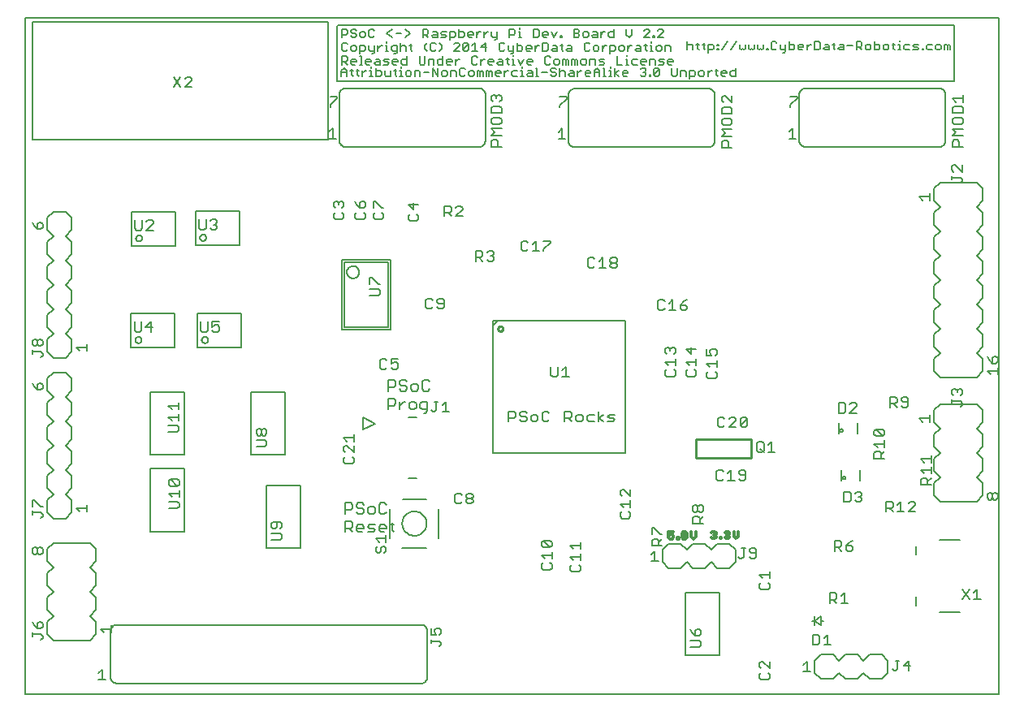
<source format=gto>
G75*
%MOIN*%
%OFA0B0*%
%FSLAX24Y24*%
%IPPOS*%
%LPD*%
%AMOC8*
5,1,8,0,0,1.08239X$1,22.5*
%
%ADD10C,0.0050*%
%ADD11C,0.0080*%
%ADD12C,0.0060*%
%ADD13C,0.0120*%
%ADD14C,0.0100*%
D10*
X013311Y007125D02*
X013311Y007575D01*
X013536Y007575D01*
X013611Y007500D01*
X013611Y007350D01*
X013536Y007275D01*
X013311Y007275D01*
X013461Y007275D02*
X013611Y007125D01*
X013771Y007200D02*
X013771Y007350D01*
X013846Y007425D01*
X013996Y007425D01*
X014071Y007350D01*
X014071Y007275D01*
X013771Y007275D01*
X013771Y007200D02*
X013846Y007125D01*
X013996Y007125D01*
X014231Y007125D02*
X014457Y007125D01*
X014532Y007200D01*
X014457Y007275D01*
X014307Y007275D01*
X014231Y007350D01*
X014307Y007425D01*
X014532Y007425D01*
X014692Y007350D02*
X014767Y007425D01*
X014917Y007425D01*
X014992Y007350D01*
X014992Y007275D01*
X014692Y007275D01*
X014692Y007200D02*
X014692Y007350D01*
X014692Y007200D02*
X014767Y007125D01*
X014917Y007125D01*
X015227Y007200D02*
X015227Y007500D01*
X015152Y007425D02*
X015302Y007425D01*
X015227Y007200D02*
X015302Y007125D01*
X014917Y007875D02*
X014992Y007950D01*
X014917Y007875D02*
X014767Y007875D01*
X014692Y007950D01*
X014692Y008250D01*
X014767Y008325D01*
X014917Y008325D01*
X014992Y008250D01*
X014532Y008100D02*
X014532Y007950D01*
X014457Y007875D01*
X014307Y007875D01*
X014231Y007950D01*
X014231Y008100D01*
X014307Y008175D01*
X014457Y008175D01*
X014532Y008100D01*
X014071Y008025D02*
X014071Y007950D01*
X013996Y007875D01*
X013846Y007875D01*
X013771Y007950D01*
X013846Y008100D02*
X013996Y008100D01*
X014071Y008025D01*
X014071Y008250D02*
X013996Y008325D01*
X013846Y008325D01*
X013771Y008250D01*
X013771Y008175D01*
X013846Y008100D01*
X013611Y008100D02*
X013536Y008025D01*
X013311Y008025D01*
X013311Y007875D02*
X013311Y008325D01*
X013536Y008325D01*
X013611Y008250D01*
X013611Y008100D01*
X015082Y012164D02*
X015082Y012615D01*
X015308Y012615D01*
X015383Y012540D01*
X015383Y012390D01*
X015308Y012315D01*
X015082Y012315D01*
X015543Y012315D02*
X015693Y012465D01*
X015768Y012465D01*
X015926Y012390D02*
X015926Y012239D01*
X016001Y012164D01*
X016152Y012164D01*
X016227Y012239D01*
X016227Y012390D01*
X016152Y012465D01*
X016001Y012465D01*
X015926Y012390D01*
X015543Y012465D02*
X015543Y012164D01*
X016387Y012239D02*
X016462Y012164D01*
X016687Y012164D01*
X016687Y012089D02*
X016687Y012465D01*
X016462Y012465D01*
X016387Y012390D01*
X016387Y012239D01*
X016537Y012014D02*
X016612Y012014D01*
X016687Y012089D01*
X016689Y012914D02*
X016539Y012914D01*
X016464Y012989D01*
X016464Y013290D01*
X016539Y013365D01*
X016689Y013365D01*
X016764Y013290D01*
X016764Y012989D02*
X016689Y012914D01*
X016303Y012989D02*
X016303Y013140D01*
X016228Y013215D01*
X016078Y013215D01*
X016003Y013140D01*
X016003Y012989D01*
X016078Y012914D01*
X016228Y012914D01*
X016303Y012989D01*
X015843Y012989D02*
X015768Y012914D01*
X015618Y012914D01*
X015543Y012989D01*
X015618Y013140D02*
X015768Y013140D01*
X015843Y013065D01*
X015843Y012989D01*
X015618Y013140D02*
X015543Y013215D01*
X015543Y013290D01*
X015618Y013365D01*
X015768Y013365D01*
X015843Y013290D01*
X015383Y013290D02*
X015383Y013140D01*
X015308Y013065D01*
X015082Y013065D01*
X015082Y012914D02*
X015082Y013365D01*
X015308Y013365D01*
X015383Y013290D01*
D11*
X000180Y000474D02*
X040141Y000474D01*
X040141Y028229D01*
X000180Y028229D01*
X000180Y000474D01*
X000820Y002714D02*
X000890Y002784D01*
X000890Y002854D01*
X000820Y002924D01*
X000470Y002924D01*
X000470Y002854D02*
X000470Y002994D01*
X000680Y003174D02*
X000680Y003384D01*
X000750Y003454D01*
X000820Y003454D01*
X000890Y003384D01*
X000890Y003244D01*
X000820Y003174D01*
X000680Y003174D01*
X000540Y003314D01*
X000470Y003454D01*
X001080Y003424D02*
X001330Y003674D01*
X001080Y003924D01*
X001080Y004424D01*
X001330Y004674D01*
X001080Y004924D01*
X001080Y005424D01*
X001330Y005674D01*
X001080Y005924D01*
X001080Y006424D01*
X001330Y006674D01*
X002830Y006674D01*
X003080Y006424D01*
X003080Y005924D01*
X002830Y005674D01*
X003080Y005424D01*
X003080Y004924D01*
X002830Y004674D01*
X003080Y004424D01*
X003080Y003924D01*
X002830Y003674D01*
X003080Y003424D01*
X003080Y002924D01*
X002830Y002674D01*
X001330Y002674D01*
X001080Y002924D01*
X001080Y003424D01*
X003270Y003154D02*
X003410Y003014D01*
X003270Y003154D02*
X003690Y003154D01*
X003680Y003067D02*
X003680Y001167D01*
X003465Y001064D02*
X003185Y001064D01*
X003325Y001064D02*
X003325Y001484D01*
X003185Y001344D01*
X003680Y001167D02*
X003682Y001137D01*
X003687Y001107D01*
X003696Y001078D01*
X003709Y001051D01*
X003724Y001025D01*
X003743Y001001D01*
X003764Y000980D01*
X003788Y000961D01*
X003814Y000946D01*
X003841Y000933D01*
X003870Y000924D01*
X003900Y000919D01*
X003930Y000917D01*
X016430Y000917D01*
X016460Y000919D01*
X016490Y000924D01*
X016519Y000933D01*
X016546Y000946D01*
X016572Y000961D01*
X016596Y000980D01*
X016617Y001001D01*
X016636Y001025D01*
X016651Y001051D01*
X016664Y001078D01*
X016673Y001107D01*
X016678Y001137D01*
X016680Y001167D01*
X016680Y003067D01*
X016830Y003178D02*
X016830Y002897D01*
X017040Y002897D01*
X016970Y003038D01*
X016970Y003108D01*
X017040Y003178D01*
X017181Y003178D01*
X017251Y003108D01*
X017251Y002968D01*
X017181Y002897D01*
X017181Y002647D02*
X016830Y002647D01*
X016830Y002577D02*
X016830Y002717D01*
X017181Y002647D02*
X017251Y002577D01*
X017251Y002507D01*
X017181Y002437D01*
X016680Y003067D02*
X016678Y003097D01*
X016673Y003127D01*
X016664Y003156D01*
X016651Y003183D01*
X016636Y003209D01*
X016617Y003233D01*
X016596Y003254D01*
X016572Y003273D01*
X016546Y003288D01*
X016519Y003301D01*
X016490Y003310D01*
X016460Y003315D01*
X016430Y003317D01*
X003930Y003317D01*
X003690Y003294D02*
X003690Y003014D01*
X003680Y003067D02*
X003682Y003097D01*
X003687Y003127D01*
X003696Y003156D01*
X003709Y003183D01*
X003724Y003209D01*
X003743Y003233D01*
X003764Y003254D01*
X003788Y003273D01*
X003814Y003288D01*
X003841Y003301D01*
X003870Y003310D01*
X003900Y003315D01*
X003930Y003317D01*
X000890Y006284D02*
X000820Y006214D01*
X000750Y006214D01*
X000680Y006284D01*
X000680Y006424D01*
X000750Y006494D01*
X000820Y006494D01*
X000890Y006424D01*
X000890Y006284D01*
X000680Y006284D02*
X000610Y006214D01*
X000540Y006214D01*
X000470Y006284D01*
X000470Y006424D01*
X000540Y006494D01*
X000610Y006494D01*
X000680Y006424D01*
X000820Y007714D02*
X000890Y007784D01*
X000890Y007854D01*
X000820Y007924D01*
X000470Y007924D01*
X000470Y007854D02*
X000470Y007994D01*
X000470Y008174D02*
X000470Y008454D01*
X000540Y008454D01*
X000820Y008174D01*
X000890Y008174D01*
X001080Y007924D02*
X001080Y008424D01*
X001330Y008674D01*
X001080Y008924D01*
X001080Y009424D01*
X001330Y009674D01*
X001080Y009924D01*
X001080Y010424D01*
X001330Y010674D01*
X001080Y010924D01*
X001080Y011424D01*
X001330Y011674D01*
X001080Y011924D01*
X001080Y012424D01*
X001330Y012674D01*
X001080Y012924D01*
X001080Y013424D01*
X001330Y013674D01*
X001830Y013674D01*
X002080Y013424D01*
X002080Y012924D01*
X001830Y012674D01*
X002080Y012424D01*
X002080Y011924D01*
X001830Y011674D01*
X002080Y011424D01*
X002080Y010924D01*
X001830Y010674D01*
X002080Y010424D01*
X002080Y009924D01*
X001830Y009674D01*
X002080Y009424D01*
X002080Y008924D01*
X001830Y008674D01*
X002080Y008424D01*
X002080Y007924D01*
X001830Y007674D01*
X001330Y007674D01*
X001080Y007924D01*
X002270Y008104D02*
X002410Y007964D01*
X002270Y008104D02*
X002690Y008104D01*
X002690Y007964D02*
X002690Y008244D01*
X005310Y007145D02*
X005310Y009726D01*
X006710Y009726D01*
X006710Y007145D01*
X005310Y007145D01*
X006070Y008094D02*
X006420Y008094D01*
X006490Y008164D01*
X006490Y008304D01*
X006420Y008374D01*
X006070Y008374D01*
X006210Y008555D02*
X006070Y008695D01*
X006490Y008695D01*
X006490Y008555D02*
X006490Y008835D01*
X006420Y009015D02*
X006140Y009295D01*
X006420Y009295D01*
X006490Y009225D01*
X006490Y009085D01*
X006420Y009015D01*
X006140Y009015D01*
X006070Y009085D01*
X006070Y009225D01*
X006140Y009295D01*
X006696Y010291D02*
X005296Y010291D01*
X005296Y012871D01*
X006696Y012871D01*
X006696Y010291D01*
X006405Y011240D02*
X006055Y011240D01*
X006055Y011520D02*
X006405Y011520D01*
X006476Y011450D01*
X006476Y011310D01*
X006405Y011240D01*
X006476Y011700D02*
X006476Y011980D01*
X006476Y011840D02*
X006055Y011840D01*
X006195Y011700D01*
X006195Y012160D02*
X006055Y012301D01*
X006476Y012301D01*
X006476Y012441D02*
X006476Y012160D01*
X006320Y014703D02*
X004520Y014703D01*
X004520Y016103D01*
X006320Y016103D01*
X006320Y014703D01*
X007245Y014703D02*
X007245Y016103D01*
X009045Y016103D01*
X009045Y014703D01*
X007245Y014703D01*
X007422Y015011D02*
X007424Y015033D01*
X007430Y015055D01*
X007439Y015075D01*
X007452Y015093D01*
X007468Y015109D01*
X007486Y015122D01*
X007506Y015131D01*
X007528Y015137D01*
X007550Y015139D01*
X007572Y015137D01*
X007594Y015131D01*
X007614Y015122D01*
X007632Y015109D01*
X007648Y015093D01*
X007661Y015075D01*
X007670Y015055D01*
X007676Y015033D01*
X007678Y015011D01*
X007676Y014989D01*
X007670Y014967D01*
X007661Y014947D01*
X007648Y014929D01*
X007632Y014913D01*
X007614Y014900D01*
X007594Y014891D01*
X007572Y014885D01*
X007550Y014883D01*
X007528Y014885D01*
X007506Y014891D01*
X007486Y014900D01*
X007468Y014913D01*
X007452Y014929D01*
X007439Y014947D01*
X007430Y014967D01*
X007424Y014989D01*
X007422Y015011D01*
X007455Y015343D02*
X007595Y015343D01*
X007665Y015413D01*
X007665Y015763D01*
X007845Y015763D02*
X007845Y015553D01*
X007985Y015623D01*
X008056Y015623D01*
X008126Y015553D01*
X008126Y015413D01*
X008056Y015343D01*
X007915Y015343D01*
X007845Y015413D01*
X007845Y015763D02*
X008126Y015763D01*
X007385Y015763D02*
X007385Y015413D01*
X007455Y015343D01*
X005401Y015553D02*
X005120Y015553D01*
X005331Y015763D01*
X005331Y015343D01*
X004940Y015413D02*
X004940Y015763D01*
X004660Y015763D02*
X004660Y015413D01*
X004730Y015343D01*
X004870Y015343D01*
X004940Y015413D01*
X004697Y015011D02*
X004699Y015033D01*
X004705Y015055D01*
X004714Y015075D01*
X004727Y015093D01*
X004743Y015109D01*
X004761Y015122D01*
X004781Y015131D01*
X004803Y015137D01*
X004825Y015139D01*
X004847Y015137D01*
X004869Y015131D01*
X004889Y015122D01*
X004907Y015109D01*
X004923Y015093D01*
X004936Y015075D01*
X004945Y015055D01*
X004951Y015033D01*
X004953Y015011D01*
X004951Y014989D01*
X004945Y014967D01*
X004936Y014947D01*
X004923Y014929D01*
X004907Y014913D01*
X004889Y014900D01*
X004869Y014891D01*
X004847Y014885D01*
X004825Y014883D01*
X004803Y014885D01*
X004781Y014891D01*
X004761Y014900D01*
X004743Y014913D01*
X004727Y014929D01*
X004714Y014947D01*
X004705Y014967D01*
X004699Y014989D01*
X004697Y015011D01*
X002690Y014844D02*
X002690Y014564D01*
X002690Y014704D02*
X002270Y014704D01*
X002410Y014564D01*
X002080Y014524D02*
X002080Y015024D01*
X001830Y015274D01*
X002080Y015524D01*
X002080Y016024D01*
X001830Y016274D01*
X002080Y016524D01*
X002080Y017024D01*
X001830Y017274D01*
X002080Y017524D01*
X002080Y018024D01*
X001830Y018274D01*
X002080Y018524D01*
X002080Y019024D01*
X001830Y019274D01*
X002080Y019524D01*
X002080Y020024D01*
X001830Y020274D01*
X001330Y020274D01*
X001080Y020024D01*
X001080Y019524D01*
X001330Y019274D01*
X001080Y019024D01*
X001080Y018524D01*
X001330Y018274D01*
X001080Y018024D01*
X001080Y017524D01*
X001330Y017274D01*
X001080Y017024D01*
X001080Y016524D01*
X001330Y016274D01*
X001080Y016024D01*
X001080Y015524D01*
X001330Y015274D01*
X001080Y015024D01*
X001080Y014524D01*
X001330Y014274D01*
X001830Y014274D01*
X002080Y014524D01*
X000890Y014454D02*
X000890Y014384D01*
X000820Y014314D01*
X000890Y014454D02*
X000820Y014524D01*
X000470Y014524D01*
X000470Y014454D02*
X000470Y014594D01*
X000540Y014774D02*
X000610Y014774D01*
X000680Y014844D01*
X000680Y014984D01*
X000750Y015054D01*
X000820Y015054D01*
X000890Y014984D01*
X000890Y014844D01*
X000820Y014774D01*
X000750Y014774D01*
X000680Y014844D01*
X000680Y014984D02*
X000610Y015054D01*
X000540Y015054D01*
X000470Y014984D01*
X000470Y014844D01*
X000540Y014774D01*
X000470Y013244D02*
X000540Y013104D01*
X000680Y012964D01*
X000680Y013174D01*
X000750Y013244D01*
X000820Y013244D01*
X000890Y013174D01*
X000890Y013034D01*
X000820Y012964D01*
X000680Y012964D01*
X004545Y018878D02*
X004545Y020278D01*
X006345Y020278D01*
X006345Y018878D01*
X004545Y018878D01*
X004722Y019186D02*
X004724Y019208D01*
X004730Y019230D01*
X004739Y019250D01*
X004752Y019268D01*
X004768Y019284D01*
X004786Y019297D01*
X004806Y019306D01*
X004828Y019312D01*
X004850Y019314D01*
X004872Y019312D01*
X004894Y019306D01*
X004914Y019297D01*
X004932Y019284D01*
X004948Y019268D01*
X004961Y019250D01*
X004970Y019230D01*
X004976Y019208D01*
X004978Y019186D01*
X004976Y019164D01*
X004970Y019142D01*
X004961Y019122D01*
X004948Y019104D01*
X004932Y019088D01*
X004914Y019075D01*
X004894Y019066D01*
X004872Y019060D01*
X004850Y019058D01*
X004828Y019060D01*
X004806Y019066D01*
X004786Y019075D01*
X004768Y019088D01*
X004752Y019104D01*
X004739Y019122D01*
X004730Y019142D01*
X004724Y019164D01*
X004722Y019186D01*
X004755Y019518D02*
X004895Y019518D01*
X004965Y019588D01*
X004965Y019938D01*
X005145Y019868D02*
X005215Y019938D01*
X005356Y019938D01*
X005426Y019868D01*
X005426Y019798D01*
X005145Y019518D01*
X005426Y019518D01*
X004755Y019518D02*
X004685Y019588D01*
X004685Y019938D01*
X007170Y020303D02*
X007170Y018903D01*
X008970Y018903D01*
X008970Y020303D01*
X007170Y020303D01*
X007310Y019963D02*
X007310Y019613D01*
X007380Y019543D01*
X007520Y019543D01*
X007590Y019613D01*
X007590Y019963D01*
X007770Y019893D02*
X007840Y019963D01*
X007981Y019963D01*
X008051Y019893D01*
X008051Y019823D01*
X007981Y019753D01*
X008051Y019683D01*
X008051Y019613D01*
X007981Y019543D01*
X007840Y019543D01*
X007770Y019613D01*
X007910Y019753D02*
X007981Y019753D01*
X007347Y019211D02*
X007349Y019233D01*
X007355Y019255D01*
X007364Y019275D01*
X007377Y019293D01*
X007393Y019309D01*
X007411Y019322D01*
X007431Y019331D01*
X007453Y019337D01*
X007475Y019339D01*
X007497Y019337D01*
X007519Y019331D01*
X007539Y019322D01*
X007557Y019309D01*
X007573Y019293D01*
X007586Y019275D01*
X007595Y019255D01*
X007601Y019233D01*
X007603Y019211D01*
X007601Y019189D01*
X007595Y019167D01*
X007586Y019147D01*
X007573Y019129D01*
X007557Y019113D01*
X007539Y019100D01*
X007519Y019091D01*
X007497Y019085D01*
X007475Y019083D01*
X007453Y019085D01*
X007431Y019091D01*
X007411Y019100D01*
X007393Y019113D01*
X007377Y019129D01*
X007364Y019147D01*
X007355Y019167D01*
X007349Y019189D01*
X007347Y019211D01*
X012828Y020043D02*
X012898Y019973D01*
X013179Y019973D01*
X013249Y020043D01*
X013249Y020184D01*
X013179Y020254D01*
X013179Y020434D02*
X013249Y020504D01*
X013249Y020644D01*
X013179Y020714D01*
X013109Y020714D01*
X013038Y020644D01*
X013038Y020574D01*
X013038Y020644D02*
X012968Y020714D01*
X012898Y020714D01*
X012828Y020644D01*
X012828Y020504D01*
X012898Y020434D01*
X012898Y020254D02*
X012828Y020184D01*
X012828Y020043D01*
X013707Y020043D02*
X013777Y019973D01*
X014057Y019973D01*
X014127Y020043D01*
X014127Y020184D01*
X014057Y020254D01*
X014057Y020434D02*
X014127Y020504D01*
X014127Y020644D01*
X014057Y020714D01*
X013987Y020714D01*
X013917Y020644D01*
X013917Y020434D01*
X014057Y020434D01*
X013917Y020434D02*
X013777Y020574D01*
X013707Y020714D01*
X013777Y020254D02*
X013707Y020184D01*
X013707Y020043D01*
X014468Y020043D02*
X014538Y019973D01*
X014818Y019973D01*
X014888Y020043D01*
X014888Y020184D01*
X014818Y020254D01*
X014818Y020434D02*
X014888Y020434D01*
X014818Y020434D02*
X014538Y020714D01*
X014468Y020714D01*
X014468Y020434D01*
X014538Y020254D02*
X014468Y020184D01*
X014468Y020043D01*
X015898Y020105D02*
X015898Y019965D01*
X015968Y019895D01*
X016248Y019895D01*
X016318Y019965D01*
X016318Y020105D01*
X016248Y020175D01*
X016108Y020355D02*
X016108Y020635D01*
X016318Y020565D02*
X015898Y020565D01*
X016108Y020355D01*
X015968Y020175D02*
X015898Y020105D01*
X017382Y020094D02*
X017382Y020515D01*
X017593Y020515D01*
X017663Y020445D01*
X017663Y020305D01*
X017593Y020235D01*
X017382Y020235D01*
X017523Y020235D02*
X017663Y020094D01*
X017843Y020094D02*
X018123Y020375D01*
X018123Y020445D01*
X018053Y020515D01*
X017913Y020515D01*
X017843Y020445D01*
X017843Y020094D02*
X018123Y020094D01*
X018664Y018669D02*
X018874Y018669D01*
X018944Y018599D01*
X018944Y018459D01*
X018874Y018389D01*
X018664Y018389D01*
X018804Y018389D02*
X018944Y018249D01*
X019124Y018319D02*
X019194Y018249D01*
X019334Y018249D01*
X019404Y018319D01*
X019404Y018389D01*
X019334Y018459D01*
X019264Y018459D01*
X019334Y018459D02*
X019404Y018529D01*
X019404Y018599D01*
X019334Y018669D01*
X019194Y018669D01*
X019124Y018599D01*
X018664Y018669D02*
X018664Y018249D01*
X020531Y018725D02*
X020601Y018655D01*
X020741Y018655D01*
X020811Y018725D01*
X020991Y018655D02*
X021271Y018655D01*
X021131Y018655D02*
X021131Y019075D01*
X020991Y018935D01*
X020811Y019005D02*
X020741Y019075D01*
X020601Y019075D01*
X020531Y019005D01*
X020531Y018725D01*
X021452Y018725D02*
X021452Y018655D01*
X021452Y018725D02*
X021732Y019005D01*
X021732Y019075D01*
X021452Y019075D01*
X023265Y018323D02*
X023265Y018043D01*
X023336Y017973D01*
X023476Y017973D01*
X023546Y018043D01*
X023726Y017973D02*
X024006Y017973D01*
X023866Y017973D02*
X023866Y018393D01*
X023726Y018253D01*
X023546Y018323D02*
X023476Y018393D01*
X023336Y018393D01*
X023265Y018323D01*
X024186Y018323D02*
X024186Y018253D01*
X024256Y018183D01*
X024396Y018183D01*
X024466Y018113D01*
X024466Y018043D01*
X024396Y017973D01*
X024256Y017973D01*
X024186Y018043D01*
X024186Y018113D01*
X024256Y018183D01*
X024396Y018183D02*
X024466Y018253D01*
X024466Y018323D01*
X024396Y018393D01*
X024256Y018393D01*
X024186Y018323D01*
X026145Y016589D02*
X026145Y016309D01*
X026215Y016239D01*
X026355Y016239D01*
X026425Y016309D01*
X026605Y016239D02*
X026886Y016239D01*
X026746Y016239D02*
X026746Y016659D01*
X026605Y016519D01*
X026425Y016589D02*
X026355Y016659D01*
X026215Y016659D01*
X026145Y016589D01*
X027066Y016449D02*
X027276Y016449D01*
X027346Y016379D01*
X027346Y016309D01*
X027276Y016239D01*
X027136Y016239D01*
X027066Y016309D01*
X027066Y016449D01*
X027206Y016589D01*
X027346Y016659D01*
X024796Y015789D02*
X019364Y015789D01*
X019364Y010358D01*
X024796Y010358D01*
X024796Y015789D01*
X026445Y014645D02*
X026515Y014715D01*
X026585Y014715D01*
X026655Y014645D01*
X026725Y014715D01*
X026795Y014715D01*
X026865Y014645D01*
X026865Y014504D01*
X026795Y014434D01*
X026865Y014254D02*
X026865Y013974D01*
X026865Y014114D02*
X026445Y014114D01*
X026585Y013974D01*
X026515Y013794D02*
X026445Y013724D01*
X026445Y013584D01*
X026515Y013514D01*
X026795Y013514D01*
X026865Y013584D01*
X026865Y013724D01*
X026795Y013794D01*
X027295Y013724D02*
X027295Y013584D01*
X027365Y013514D01*
X027645Y013514D01*
X027715Y013584D01*
X027715Y013724D01*
X027645Y013794D01*
X027715Y013974D02*
X027715Y014254D01*
X027715Y014114D02*
X027295Y014114D01*
X027435Y013974D01*
X027365Y013794D02*
X027295Y013724D01*
X028145Y013646D02*
X028145Y013506D01*
X028215Y013436D01*
X028495Y013436D01*
X028565Y013506D01*
X028565Y013646D01*
X028495Y013716D01*
X028565Y013897D02*
X028565Y014177D01*
X028565Y014037D02*
X028145Y014037D01*
X028285Y013897D01*
X028215Y013716D02*
X028145Y013646D01*
X028145Y014357D02*
X028355Y014357D01*
X028285Y014497D01*
X028285Y014567D01*
X028355Y014637D01*
X028495Y014637D01*
X028565Y014567D01*
X028565Y014427D01*
X028495Y014357D01*
X028145Y014357D02*
X028145Y014637D01*
X027715Y014645D02*
X027295Y014645D01*
X027505Y014434D01*
X027505Y014715D01*
X026655Y014645D02*
X026655Y014574D01*
X026515Y014434D02*
X026445Y014504D01*
X026445Y014645D01*
X023703Y012084D02*
X023703Y011664D01*
X023703Y011804D02*
X023913Y011944D01*
X024087Y011874D02*
X024157Y011944D01*
X024367Y011944D01*
X024297Y011804D02*
X024157Y011804D01*
X024087Y011874D01*
X024087Y011664D02*
X024297Y011664D01*
X024367Y011734D01*
X024297Y011804D01*
X023913Y011664D02*
X023703Y011804D01*
X023523Y011944D02*
X023313Y011944D01*
X023243Y011874D01*
X023243Y011734D01*
X023313Y011664D01*
X023523Y011664D01*
X023063Y011734D02*
X023063Y011874D01*
X022993Y011944D01*
X022852Y011944D01*
X022782Y011874D01*
X022782Y011734D01*
X022852Y011664D01*
X022993Y011664D01*
X023063Y011734D01*
X022602Y011664D02*
X022462Y011804D01*
X022532Y011804D02*
X022322Y011804D01*
X022322Y011664D02*
X022322Y012084D01*
X022532Y012084D01*
X022602Y012014D01*
X022602Y011874D01*
X022532Y011804D01*
X021681Y011734D02*
X021611Y011664D01*
X021471Y011664D01*
X021401Y011734D01*
X021401Y012014D01*
X021471Y012084D01*
X021611Y012084D01*
X021681Y012014D01*
X021221Y011874D02*
X021151Y011944D01*
X021011Y011944D01*
X020941Y011874D01*
X020941Y011734D01*
X021011Y011664D01*
X021151Y011664D01*
X021221Y011734D01*
X021221Y011874D01*
X020761Y011804D02*
X020761Y011734D01*
X020691Y011664D01*
X020550Y011664D01*
X020480Y011734D01*
X020550Y011874D02*
X020691Y011874D01*
X020761Y011804D01*
X020761Y012014D02*
X020691Y012084D01*
X020550Y012084D01*
X020480Y012014D01*
X020480Y011944D01*
X020550Y011874D01*
X020300Y011874D02*
X020230Y011804D01*
X020020Y011804D01*
X020020Y011664D02*
X020020Y012084D01*
X020230Y012084D01*
X020300Y012014D01*
X020300Y011874D01*
X021825Y013499D02*
X021966Y013499D01*
X022036Y013569D01*
X022036Y013920D01*
X022216Y013780D02*
X022356Y013920D01*
X022356Y013499D01*
X022216Y013499D02*
X022496Y013499D01*
X021825Y013499D02*
X021755Y013569D01*
X021755Y013920D01*
X019560Y015789D02*
X019364Y015593D01*
X017359Y016364D02*
X017359Y016645D01*
X017289Y016715D01*
X017149Y016715D01*
X017079Y016645D01*
X017079Y016575D01*
X017149Y016504D01*
X017359Y016504D01*
X017359Y016364D02*
X017289Y016294D01*
X017149Y016294D01*
X017079Y016364D01*
X016898Y016364D02*
X016828Y016294D01*
X016688Y016294D01*
X016618Y016364D01*
X016618Y016645D01*
X016688Y016715D01*
X016828Y016715D01*
X016898Y016645D01*
X015180Y015448D02*
X015180Y018298D01*
X013180Y018298D01*
X013180Y015448D01*
X015180Y015448D01*
X015080Y015548D02*
X015080Y018198D01*
X013280Y018198D01*
X013280Y015548D01*
X015080Y015548D01*
X015196Y014234D02*
X015196Y014024D01*
X015336Y014094D01*
X015406Y014094D01*
X015476Y014024D01*
X015476Y013884D01*
X015406Y013814D01*
X015266Y013814D01*
X015196Y013884D01*
X015016Y013884D02*
X014946Y013814D01*
X014805Y013814D01*
X014735Y013884D01*
X014735Y014164D01*
X014805Y014234D01*
X014946Y014234D01*
X015016Y014164D01*
X015196Y014234D02*
X015476Y014234D01*
X016980Y012475D02*
X017120Y012475D01*
X017050Y012475D02*
X017050Y012125D01*
X016980Y012055D01*
X016910Y012055D01*
X016840Y012125D01*
X017300Y012055D02*
X017580Y012055D01*
X017440Y012055D02*
X017440Y012475D01*
X017300Y012335D01*
X016236Y011834D02*
X015896Y011834D01*
X014536Y011584D02*
X014036Y011834D01*
X014036Y011334D01*
X014536Y011584D01*
X013665Y011133D02*
X013665Y010853D01*
X013665Y010993D02*
X013245Y010993D01*
X013385Y010853D01*
X013385Y010673D02*
X013315Y010673D01*
X013245Y010603D01*
X013245Y010463D01*
X013315Y010393D01*
X013315Y010213D02*
X013245Y010143D01*
X013245Y010002D01*
X013315Y009932D01*
X013595Y009932D01*
X013665Y010002D01*
X013665Y010143D01*
X013595Y010213D01*
X013665Y010393D02*
X013385Y010673D01*
X013665Y010673D02*
X013665Y010393D01*
X011465Y009052D02*
X011465Y006472D01*
X010065Y006472D01*
X010065Y009052D01*
X011465Y009052D01*
X010846Y010295D02*
X009446Y010295D01*
X009446Y012875D01*
X010846Y012875D01*
X010846Y010295D01*
X010086Y010695D02*
X010086Y010835D01*
X010015Y010905D01*
X009665Y010905D01*
X009735Y011085D02*
X009665Y011155D01*
X009665Y011296D01*
X009735Y011366D01*
X009805Y011366D01*
X009875Y011296D01*
X009875Y011155D01*
X009805Y011085D01*
X009735Y011085D01*
X009875Y011155D02*
X009945Y011085D01*
X010015Y011085D01*
X010086Y011155D01*
X010086Y011296D01*
X010015Y011366D01*
X009945Y011366D01*
X009875Y011296D01*
X010086Y010695D02*
X010015Y010625D01*
X009665Y010625D01*
X010355Y007543D02*
X010284Y007473D01*
X010284Y007332D01*
X010355Y007262D01*
X010425Y007262D01*
X010495Y007332D01*
X010495Y007543D01*
X010635Y007543D02*
X010355Y007543D01*
X010635Y007543D02*
X010705Y007473D01*
X010705Y007332D01*
X010635Y007262D01*
X010635Y007082D02*
X010284Y007082D01*
X010284Y006802D02*
X010635Y006802D01*
X010705Y006872D01*
X010705Y007012D01*
X010635Y007082D01*
X014557Y006860D02*
X014977Y006860D01*
X014977Y006720D02*
X014977Y007000D01*
X015150Y006869D02*
X015150Y008081D01*
X015662Y008475D02*
X016638Y008475D01*
X017150Y008081D02*
X017150Y006869D01*
X016638Y006475D02*
X015650Y006475D01*
X014977Y006470D02*
X014977Y006330D01*
X014907Y006260D01*
X014767Y006330D02*
X014767Y006470D01*
X014837Y006540D01*
X014907Y006540D01*
X014977Y006470D01*
X014767Y006330D02*
X014697Y006260D01*
X014627Y006260D01*
X014557Y006330D01*
X014557Y006470D01*
X014627Y006540D01*
X014697Y006720D02*
X014557Y006860D01*
X015650Y007475D02*
X015652Y007519D01*
X015658Y007563D01*
X015668Y007606D01*
X015681Y007648D01*
X015698Y007689D01*
X015719Y007728D01*
X015743Y007765D01*
X015770Y007800D01*
X015800Y007832D01*
X015833Y007862D01*
X015869Y007888D01*
X015906Y007912D01*
X015946Y007931D01*
X015987Y007948D01*
X016030Y007960D01*
X016073Y007969D01*
X016117Y007974D01*
X016161Y007975D01*
X016205Y007972D01*
X016249Y007965D01*
X016292Y007954D01*
X016334Y007940D01*
X016374Y007922D01*
X016413Y007900D01*
X016449Y007876D01*
X016483Y007848D01*
X016515Y007817D01*
X016544Y007783D01*
X016570Y007747D01*
X016592Y007709D01*
X016611Y007669D01*
X016626Y007627D01*
X016638Y007585D01*
X016646Y007541D01*
X016650Y007497D01*
X016650Y007453D01*
X016646Y007409D01*
X016638Y007365D01*
X016626Y007323D01*
X016611Y007281D01*
X016592Y007241D01*
X016570Y007203D01*
X016544Y007167D01*
X016515Y007133D01*
X016483Y007102D01*
X016449Y007074D01*
X016413Y007050D01*
X016374Y007028D01*
X016334Y007010D01*
X016292Y006996D01*
X016249Y006985D01*
X016205Y006978D01*
X016161Y006975D01*
X016117Y006976D01*
X016073Y006981D01*
X016030Y006990D01*
X015987Y007002D01*
X015946Y007019D01*
X015906Y007038D01*
X015869Y007062D01*
X015833Y007088D01*
X015800Y007118D01*
X015770Y007150D01*
X015743Y007185D01*
X015719Y007222D01*
X015698Y007261D01*
X015681Y007302D01*
X015668Y007344D01*
X015658Y007387D01*
X015652Y007431D01*
X015650Y007475D01*
X017817Y008358D02*
X017887Y008288D01*
X018027Y008288D01*
X018097Y008358D01*
X018277Y008358D02*
X018277Y008428D01*
X018347Y008498D01*
X018487Y008498D01*
X018557Y008428D01*
X018557Y008358D01*
X018487Y008288D01*
X018347Y008288D01*
X018277Y008358D01*
X018347Y008498D02*
X018277Y008568D01*
X018277Y008638D01*
X018347Y008708D01*
X018487Y008708D01*
X018557Y008638D01*
X018557Y008568D01*
X018487Y008498D01*
X018097Y008638D02*
X018027Y008708D01*
X017887Y008708D01*
X017817Y008638D01*
X017817Y008358D01*
X016236Y009334D02*
X015896Y009334D01*
X021370Y006708D02*
X021440Y006778D01*
X021721Y006498D01*
X021791Y006568D01*
X021791Y006708D01*
X021721Y006778D01*
X021440Y006778D01*
X021370Y006708D02*
X021370Y006568D01*
X021440Y006498D01*
X021721Y006498D01*
X021791Y006318D02*
X021791Y006038D01*
X021791Y006178D02*
X021370Y006178D01*
X021510Y006038D01*
X021440Y005858D02*
X021370Y005788D01*
X021370Y005648D01*
X021440Y005577D01*
X021721Y005577D01*
X021791Y005648D01*
X021791Y005788D01*
X021721Y005858D01*
X022546Y005713D02*
X022546Y005573D01*
X022616Y005502D01*
X022896Y005502D01*
X022966Y005573D01*
X022966Y005713D01*
X022896Y005783D01*
X022966Y005963D02*
X022966Y006243D01*
X022966Y006103D02*
X022546Y006103D01*
X022686Y005963D01*
X022616Y005783D02*
X022546Y005713D01*
X022686Y006423D02*
X022546Y006563D01*
X022966Y006563D01*
X022966Y006423D02*
X022966Y006703D01*
X024590Y007756D02*
X024660Y007686D01*
X024940Y007686D01*
X025010Y007756D01*
X025010Y007896D01*
X024940Y007967D01*
X025010Y008147D02*
X025010Y008427D01*
X025010Y008287D02*
X024590Y008287D01*
X024730Y008147D01*
X024660Y007967D02*
X024590Y007896D01*
X024590Y007756D01*
X024660Y008607D02*
X024590Y008677D01*
X024590Y008817D01*
X024660Y008887D01*
X024730Y008887D01*
X025010Y008607D01*
X025010Y008887D01*
X025890Y007309D02*
X025960Y007309D01*
X026240Y007029D01*
X026310Y007029D01*
X026310Y006849D02*
X026170Y006708D01*
X026170Y006779D02*
X026170Y006568D01*
X026310Y006568D02*
X025890Y006568D01*
X025890Y006779D01*
X025960Y006849D01*
X026100Y006849D01*
X026170Y006779D01*
X025890Y007029D02*
X025890Y007309D01*
X026587Y006642D02*
X026337Y006392D01*
X026337Y005892D01*
X026587Y005642D01*
X027087Y005642D01*
X027337Y005892D01*
X027587Y005642D01*
X028087Y005642D01*
X028337Y005892D01*
X028587Y005642D01*
X029087Y005642D01*
X029337Y005892D01*
X029337Y006392D01*
X029087Y006642D01*
X028587Y006642D01*
X028337Y006392D01*
X028087Y006642D01*
X027587Y006642D01*
X027337Y006392D01*
X027087Y006642D01*
X026587Y006642D01*
X026017Y006352D02*
X026017Y005932D01*
X025877Y005932D02*
X026157Y005932D01*
X025877Y006212D02*
X026017Y006352D01*
X027578Y007484D02*
X027578Y007695D01*
X027648Y007765D01*
X027788Y007765D01*
X027858Y007695D01*
X027858Y007484D01*
X027998Y007484D02*
X027578Y007484D01*
X027858Y007625D02*
X027998Y007765D01*
X027928Y007945D02*
X027998Y008015D01*
X027998Y008155D01*
X027928Y008225D01*
X027858Y008225D01*
X027788Y008155D01*
X027788Y008015D01*
X027718Y007945D01*
X027648Y007945D01*
X027578Y008015D01*
X027578Y008155D01*
X027648Y008225D01*
X027718Y008225D01*
X027788Y008155D01*
X027788Y008015D02*
X027858Y007945D01*
X027928Y007945D01*
X028620Y009247D02*
X028760Y009247D01*
X028830Y009317D01*
X029010Y009247D02*
X029290Y009247D01*
X029150Y009247D02*
X029150Y009667D01*
X029010Y009527D01*
X028830Y009597D02*
X028760Y009667D01*
X028620Y009667D01*
X028550Y009597D01*
X028550Y009317D01*
X028620Y009247D01*
X029470Y009317D02*
X029540Y009247D01*
X029680Y009247D01*
X029751Y009317D01*
X029751Y009597D01*
X029680Y009667D01*
X029540Y009667D01*
X029470Y009597D01*
X029470Y009527D01*
X029540Y009457D01*
X029751Y009457D01*
X030279Y010413D02*
X030209Y010483D01*
X030209Y010763D01*
X030279Y010834D01*
X030419Y010834D01*
X030490Y010763D01*
X030490Y010483D01*
X030419Y010413D01*
X030279Y010413D01*
X030349Y010553D02*
X030490Y010413D01*
X030670Y010413D02*
X030950Y010413D01*
X030810Y010413D02*
X030810Y010834D01*
X030670Y010693D01*
X029808Y011493D02*
X029738Y011423D01*
X029598Y011423D01*
X029528Y011493D01*
X029808Y011773D01*
X029808Y011493D01*
X029528Y011493D02*
X029528Y011773D01*
X029598Y011843D01*
X029738Y011843D01*
X029808Y011773D01*
X029348Y011773D02*
X029278Y011843D01*
X029137Y011843D01*
X029067Y011773D01*
X028887Y011773D02*
X028817Y011843D01*
X028677Y011843D01*
X028607Y011773D01*
X028607Y011493D01*
X028677Y011423D01*
X028817Y011423D01*
X028887Y011493D01*
X029067Y011423D02*
X029348Y011703D01*
X029348Y011773D01*
X029348Y011423D02*
X029067Y011423D01*
X033561Y011615D02*
X033561Y011182D01*
X033620Y011300D02*
X033622Y011315D01*
X033627Y011328D01*
X033636Y011340D01*
X033647Y011350D01*
X033661Y011356D01*
X033675Y011359D01*
X033690Y011358D01*
X033704Y011353D01*
X033717Y011345D01*
X033727Y011335D01*
X033734Y011322D01*
X033738Y011307D01*
X033738Y011293D01*
X033734Y011278D01*
X033727Y011265D01*
X033717Y011255D01*
X033704Y011247D01*
X033690Y011242D01*
X033675Y011241D01*
X033661Y011244D01*
X033647Y011250D01*
X033636Y011260D01*
X033627Y011272D01*
X033622Y011285D01*
X033620Y011300D01*
X034349Y011182D02*
X034349Y011615D01*
X034303Y012009D02*
X034022Y012009D01*
X034303Y012290D01*
X034303Y012360D01*
X034233Y012430D01*
X034092Y012430D01*
X034022Y012360D01*
X033842Y012360D02*
X033842Y012079D01*
X033772Y012009D01*
X033562Y012009D01*
X033562Y012430D01*
X033772Y012430D01*
X033842Y012360D01*
X035022Y011283D02*
X035092Y011353D01*
X035372Y011073D01*
X035442Y011143D01*
X035442Y011283D01*
X035372Y011353D01*
X035092Y011353D01*
X035022Y011283D02*
X035022Y011143D01*
X035092Y011073D01*
X035372Y011073D01*
X035442Y010893D02*
X035442Y010613D01*
X035442Y010753D02*
X035022Y010753D01*
X035162Y010613D01*
X035092Y010433D02*
X035232Y010433D01*
X035302Y010363D01*
X035302Y010152D01*
X035442Y010152D02*
X035022Y010152D01*
X035022Y010363D01*
X035092Y010433D01*
X035302Y010293D02*
X035442Y010433D01*
X034449Y009665D02*
X034449Y009232D01*
X034451Y008787D02*
X034310Y008787D01*
X034240Y008717D01*
X034060Y008717D02*
X033990Y008787D01*
X033780Y008787D01*
X033780Y008367D01*
X033990Y008367D01*
X034060Y008437D01*
X034060Y008717D01*
X034240Y008437D02*
X034310Y008367D01*
X034451Y008367D01*
X034521Y008437D01*
X034521Y008507D01*
X034451Y008577D01*
X034381Y008577D01*
X034451Y008577D02*
X034521Y008647D01*
X034521Y008717D01*
X034451Y008787D01*
X033720Y009350D02*
X033722Y009365D01*
X033727Y009378D01*
X033736Y009390D01*
X033747Y009400D01*
X033761Y009406D01*
X033775Y009409D01*
X033790Y009408D01*
X033804Y009403D01*
X033817Y009395D01*
X033827Y009385D01*
X033834Y009372D01*
X033838Y009357D01*
X033838Y009343D01*
X033834Y009328D01*
X033827Y009315D01*
X033817Y009305D01*
X033804Y009297D01*
X033790Y009292D01*
X033775Y009291D01*
X033761Y009294D01*
X033747Y009300D01*
X033736Y009310D01*
X033727Y009322D01*
X033722Y009335D01*
X033720Y009350D01*
X033661Y009232D02*
X033661Y009665D01*
X035514Y008384D02*
X035724Y008384D01*
X035794Y008314D01*
X035794Y008174D01*
X035724Y008104D01*
X035514Y008104D01*
X035654Y008104D02*
X035794Y007964D01*
X035974Y007964D02*
X036254Y007964D01*
X036114Y007964D02*
X036114Y008384D01*
X035974Y008244D01*
X036435Y008314D02*
X036505Y008384D01*
X036645Y008384D01*
X036715Y008314D01*
X036715Y008244D01*
X036435Y007964D01*
X036715Y007964D01*
X037480Y008624D02*
X037730Y008374D01*
X039230Y008374D01*
X039480Y008624D01*
X039480Y009124D01*
X039230Y009374D01*
X039480Y009624D01*
X039480Y010124D01*
X039230Y010374D01*
X039480Y010624D01*
X039480Y011124D01*
X039230Y011374D01*
X039480Y011624D01*
X039480Y012124D01*
X039230Y012374D01*
X037730Y012374D01*
X037480Y012124D01*
X037480Y011624D01*
X037730Y011374D01*
X037480Y011124D01*
X037480Y010624D01*
X037730Y010374D01*
X037480Y010124D01*
X037480Y009624D01*
X037730Y009374D01*
X037480Y009124D01*
X037480Y008624D01*
X037362Y009064D02*
X036942Y009064D01*
X036942Y009275D01*
X037012Y009345D01*
X037152Y009345D01*
X037222Y009275D01*
X037222Y009064D01*
X037222Y009205D02*
X037362Y009345D01*
X037362Y009525D02*
X037362Y009805D01*
X037362Y009665D02*
X036942Y009665D01*
X037082Y009525D01*
X037082Y009985D02*
X036942Y010125D01*
X037362Y010125D01*
X037362Y009985D02*
X037362Y010265D01*
X037290Y011653D02*
X037290Y011933D01*
X037290Y011793D02*
X036870Y011793D01*
X037010Y011653D01*
X036349Y012249D02*
X036419Y012319D01*
X036419Y012599D01*
X036349Y012670D01*
X036208Y012670D01*
X036138Y012599D01*
X036138Y012529D01*
X036208Y012459D01*
X036419Y012459D01*
X036349Y012249D02*
X036208Y012249D01*
X036138Y012319D01*
X035958Y012249D02*
X035818Y012389D01*
X035888Y012389D02*
X035678Y012389D01*
X035678Y012249D02*
X035678Y012670D01*
X035888Y012670D01*
X035958Y012599D01*
X035958Y012459D01*
X035888Y012389D01*
X037480Y013724D02*
X037480Y014224D01*
X037730Y014474D01*
X037480Y014724D01*
X037480Y015224D01*
X037730Y015474D01*
X037480Y015724D01*
X037480Y016224D01*
X037730Y016474D01*
X037480Y016724D01*
X037480Y017224D01*
X037730Y017474D01*
X037480Y017724D01*
X037480Y018224D01*
X037730Y018474D01*
X037480Y018724D01*
X037480Y019224D01*
X037730Y019474D01*
X037480Y019724D01*
X037480Y020224D01*
X037730Y020474D01*
X037480Y020724D01*
X037480Y021224D01*
X037730Y021474D01*
X039230Y021474D01*
X039480Y021224D01*
X039480Y020724D01*
X039230Y020474D01*
X039480Y020224D01*
X039480Y019724D01*
X039230Y019474D01*
X039480Y019224D01*
X039480Y018724D01*
X039230Y018474D01*
X039480Y018224D01*
X039480Y017724D01*
X039230Y017474D01*
X039480Y017224D01*
X039480Y016724D01*
X039230Y016474D01*
X039480Y016224D01*
X039480Y015724D01*
X039230Y015474D01*
X039480Y015224D01*
X039480Y014724D01*
X039230Y014474D01*
X039480Y014224D01*
X039480Y013724D01*
X039230Y013474D01*
X037730Y013474D01*
X037480Y013724D01*
X038213Y012951D02*
X038283Y013021D01*
X038353Y013021D01*
X038423Y012951D01*
X038493Y013021D01*
X038563Y013021D01*
X038633Y012951D01*
X038633Y012811D01*
X038563Y012741D01*
X038423Y012881D02*
X038423Y012951D01*
X038213Y012951D02*
X038213Y012811D01*
X038283Y012741D01*
X038213Y012560D02*
X038213Y012420D01*
X038213Y012490D02*
X038563Y012490D01*
X038633Y012420D01*
X038633Y012350D01*
X038563Y012280D01*
X039810Y013593D02*
X039670Y013733D01*
X040090Y013733D01*
X040090Y013593D02*
X040090Y013873D01*
X040020Y014053D02*
X040090Y014123D01*
X040090Y014263D01*
X040020Y014333D01*
X039950Y014333D01*
X039880Y014263D01*
X039880Y014053D01*
X040020Y014053D01*
X039880Y014053D02*
X039740Y014193D01*
X039670Y014333D01*
X039740Y008733D02*
X039670Y008663D01*
X039670Y008523D01*
X039740Y008453D01*
X039810Y008453D01*
X039880Y008523D01*
X039880Y008663D01*
X039950Y008733D01*
X040020Y008733D01*
X040090Y008663D01*
X040090Y008523D01*
X040020Y008453D01*
X039950Y008453D01*
X039880Y008523D01*
X039880Y008663D02*
X039810Y008733D01*
X039740Y008733D01*
X038542Y006820D02*
X037715Y006820D01*
X036731Y006544D02*
X036731Y006190D01*
X035514Y007964D02*
X035514Y008384D01*
X034144Y006772D02*
X034004Y006702D01*
X033864Y006562D01*
X034074Y006562D01*
X034144Y006491D01*
X034144Y006421D01*
X034074Y006351D01*
X033934Y006351D01*
X033864Y006421D01*
X033864Y006562D01*
X033684Y006562D02*
X033614Y006491D01*
X033404Y006491D01*
X033404Y006351D02*
X033404Y006772D01*
X033614Y006772D01*
X033684Y006702D01*
X033684Y006562D01*
X033544Y006491D02*
X033684Y006351D01*
X033798Y004631D02*
X033798Y004210D01*
X033658Y004210D02*
X033938Y004210D01*
X033658Y004491D02*
X033798Y004631D01*
X033478Y004561D02*
X033478Y004421D01*
X033408Y004351D01*
X033197Y004351D01*
X033338Y004351D02*
X033478Y004210D01*
X033197Y004210D02*
X033197Y004631D01*
X033408Y004631D01*
X033478Y004561D01*
X032832Y003666D02*
X032582Y003478D01*
X032486Y003478D01*
X032582Y003478D02*
X032582Y003666D01*
X032582Y003478D02*
X032582Y003291D01*
X032582Y003478D02*
X032832Y003291D01*
X032832Y003478D01*
X032928Y003478D01*
X032832Y003478D02*
X032832Y003666D01*
X032707Y002914D02*
X032497Y002914D01*
X032497Y002493D01*
X032707Y002493D01*
X032777Y002564D01*
X032777Y002844D01*
X032707Y002914D01*
X032957Y002774D02*
X033097Y002914D01*
X033097Y002493D01*
X032957Y002493D02*
X033238Y002493D01*
X033330Y002099D02*
X032830Y002099D01*
X032580Y001849D01*
X032580Y001349D01*
X032830Y001099D01*
X033330Y001099D01*
X033580Y001349D01*
X033830Y001099D01*
X034330Y001099D01*
X034580Y001349D01*
X034830Y001099D01*
X035330Y001099D01*
X035580Y001349D01*
X035580Y001849D01*
X035330Y002099D01*
X034830Y002099D01*
X034580Y001849D01*
X034330Y002099D01*
X033830Y002099D01*
X033580Y001849D01*
X033330Y002099D01*
X032400Y001389D02*
X032120Y001389D01*
X032260Y001389D02*
X032260Y001809D01*
X032120Y001669D01*
X030728Y001530D02*
X030448Y001810D01*
X030378Y001810D01*
X030308Y001740D01*
X030308Y001600D01*
X030378Y001530D01*
X030378Y001350D02*
X030308Y001280D01*
X030308Y001140D01*
X030378Y001069D01*
X030658Y001069D01*
X030728Y001140D01*
X030728Y001280D01*
X030658Y001350D01*
X030728Y001530D02*
X030728Y001810D01*
X028656Y002067D02*
X027256Y002067D01*
X027256Y004647D01*
X028656Y004647D01*
X028656Y002067D01*
X027896Y002467D02*
X027896Y002607D01*
X027826Y002677D01*
X027475Y002677D01*
X027685Y002857D02*
X027685Y003067D01*
X027755Y003137D01*
X027826Y003137D01*
X027896Y003067D01*
X027896Y002927D01*
X027826Y002857D01*
X027685Y002857D01*
X027545Y002997D01*
X027475Y003137D01*
X027896Y002467D02*
X027826Y002397D01*
X027475Y002397D01*
X030308Y004842D02*
X030378Y004772D01*
X030659Y004772D01*
X030729Y004842D01*
X030729Y004982D01*
X030659Y005052D01*
X030729Y005232D02*
X030729Y005512D01*
X030729Y005372D02*
X030308Y005372D01*
X030449Y005232D01*
X030378Y005052D02*
X030308Y004982D01*
X030308Y004842D01*
X030118Y006045D02*
X030188Y006115D01*
X030188Y006395D01*
X030118Y006465D01*
X029978Y006465D01*
X029908Y006395D01*
X029908Y006325D01*
X029978Y006255D01*
X030188Y006255D01*
X030118Y006045D02*
X029978Y006045D01*
X029908Y006115D01*
X029658Y006115D02*
X029658Y006465D01*
X029588Y006465D02*
X029728Y006465D01*
X029658Y006115D02*
X029588Y006045D01*
X029518Y006045D01*
X029448Y006115D01*
X035910Y001843D02*
X036050Y001843D01*
X035980Y001843D02*
X035980Y001492D01*
X035910Y001422D01*
X035840Y001422D01*
X035770Y001492D01*
X036230Y001633D02*
X036510Y001633D01*
X036440Y001843D02*
X036440Y001422D01*
X036230Y001633D02*
X036440Y001843D01*
X037715Y003827D02*
X038542Y003827D01*
X038649Y004364D02*
X038929Y004784D01*
X039110Y004644D02*
X039250Y004784D01*
X039250Y004364D01*
X039110Y004364D02*
X039390Y004364D01*
X038929Y004364D02*
X038649Y004784D01*
X036731Y004457D02*
X036731Y004103D01*
X037010Y020753D02*
X036870Y020893D01*
X037290Y020893D01*
X037290Y020753D02*
X037290Y021033D01*
X038213Y021599D02*
X038213Y021739D01*
X038213Y021669D02*
X038563Y021669D01*
X038633Y021599D01*
X038633Y021529D01*
X038563Y021459D01*
X038633Y021919D02*
X038353Y022200D01*
X038283Y022200D01*
X038213Y022129D01*
X038213Y021989D01*
X038283Y021919D01*
X038633Y021919D02*
X038633Y022200D01*
X038662Y022943D02*
X038242Y022943D01*
X038242Y023153D01*
X038312Y023223D01*
X038452Y023223D01*
X038522Y023153D01*
X038522Y022943D01*
X038662Y023403D02*
X038242Y023403D01*
X038382Y023543D01*
X038242Y023684D01*
X038662Y023684D01*
X038592Y023864D02*
X038662Y023934D01*
X038662Y024074D01*
X038592Y024144D01*
X038312Y024144D01*
X038242Y024074D01*
X038242Y023934D01*
X038312Y023864D01*
X038592Y023864D01*
X038662Y024324D02*
X038242Y024324D01*
X038242Y024534D01*
X038312Y024604D01*
X038592Y024604D01*
X038662Y024534D01*
X038662Y024324D01*
X038662Y024784D02*
X038662Y025065D01*
X038662Y024925D02*
X038242Y024925D01*
X038382Y024784D01*
X037948Y025095D02*
X037948Y023195D01*
X037946Y023165D01*
X037941Y023135D01*
X037932Y023106D01*
X037919Y023079D01*
X037904Y023053D01*
X037885Y023029D01*
X037864Y023008D01*
X037840Y022989D01*
X037814Y022974D01*
X037787Y022961D01*
X037758Y022952D01*
X037728Y022947D01*
X037698Y022945D01*
X032198Y022945D01*
X032168Y022947D01*
X032138Y022952D01*
X032109Y022961D01*
X032082Y022974D01*
X032056Y022989D01*
X032032Y023008D01*
X032011Y023029D01*
X031992Y023053D01*
X031977Y023079D01*
X031964Y023106D01*
X031955Y023135D01*
X031950Y023165D01*
X031948Y023195D01*
X031948Y025095D01*
X031868Y025005D02*
X031868Y024935D01*
X031588Y024655D01*
X031588Y024585D01*
X031588Y025005D02*
X031868Y025005D01*
X031948Y025095D02*
X031950Y025125D01*
X031955Y025155D01*
X031964Y025184D01*
X031977Y025211D01*
X031992Y025237D01*
X032011Y025261D01*
X032032Y025282D01*
X032056Y025301D01*
X032082Y025316D01*
X032109Y025329D01*
X032138Y025338D01*
X032168Y025343D01*
X032198Y025345D01*
X037698Y025345D01*
X037728Y025343D01*
X037758Y025338D01*
X037787Y025329D01*
X037814Y025316D01*
X037840Y025301D01*
X037864Y025282D01*
X037885Y025261D01*
X037904Y025237D01*
X037919Y025211D01*
X037932Y025184D01*
X037941Y025155D01*
X037946Y025125D01*
X037948Y025095D01*
X038300Y025628D02*
X012974Y025628D01*
X012974Y027902D01*
X012999Y027941D02*
X038300Y027941D01*
X038300Y025628D01*
X031818Y023285D02*
X031538Y023285D01*
X031678Y023285D02*
X031678Y023705D01*
X031538Y023565D01*
X029188Y023658D02*
X028768Y023658D01*
X028908Y023518D01*
X028768Y023378D01*
X029188Y023378D01*
X028978Y023198D02*
X029048Y023127D01*
X029048Y022917D01*
X029188Y022917D02*
X028768Y022917D01*
X028768Y023127D01*
X028838Y023198D01*
X028978Y023198D01*
X028474Y023180D02*
X028474Y025080D01*
X028472Y025110D01*
X028467Y025140D01*
X028458Y025169D01*
X028445Y025196D01*
X028430Y025222D01*
X028411Y025246D01*
X028390Y025267D01*
X028366Y025286D01*
X028340Y025301D01*
X028313Y025314D01*
X028284Y025323D01*
X028254Y025328D01*
X028224Y025330D01*
X022724Y025330D01*
X022694Y025328D01*
X022664Y025323D01*
X022635Y025314D01*
X022608Y025301D01*
X022582Y025286D01*
X022558Y025267D01*
X022537Y025246D01*
X022518Y025222D01*
X022503Y025196D01*
X022490Y025169D01*
X022481Y025140D01*
X022476Y025110D01*
X022474Y025080D01*
X022474Y023180D01*
X022344Y023270D02*
X022064Y023270D01*
X022204Y023270D02*
X022204Y023691D01*
X022064Y023551D01*
X022474Y023180D02*
X022476Y023150D01*
X022481Y023120D01*
X022490Y023091D01*
X022503Y023064D01*
X022518Y023038D01*
X022537Y023014D01*
X022558Y022993D01*
X022582Y022974D01*
X022608Y022959D01*
X022635Y022946D01*
X022664Y022937D01*
X022694Y022932D01*
X022724Y022930D01*
X028224Y022930D01*
X028254Y022932D01*
X028284Y022937D01*
X028313Y022946D01*
X028340Y022959D01*
X028366Y022974D01*
X028390Y022993D01*
X028411Y023014D01*
X028430Y023038D01*
X028445Y023064D01*
X028458Y023091D01*
X028467Y023120D01*
X028472Y023150D01*
X028474Y023180D01*
X028838Y023838D02*
X029118Y023838D01*
X029188Y023908D01*
X029188Y024048D01*
X029118Y024118D01*
X028838Y024118D01*
X028768Y024048D01*
X028768Y023908D01*
X028838Y023838D01*
X028768Y024298D02*
X028768Y024509D01*
X028838Y024579D01*
X029118Y024579D01*
X029188Y024509D01*
X029188Y024298D01*
X028768Y024298D01*
X028838Y024759D02*
X028768Y024829D01*
X028768Y024969D01*
X028838Y025039D01*
X028908Y025039D01*
X029188Y024759D01*
X029188Y025039D01*
X022394Y024991D02*
X022394Y024921D01*
X022114Y024641D01*
X022114Y024570D01*
X022114Y024991D02*
X022394Y024991D01*
X019723Y025005D02*
X019723Y024865D01*
X019653Y024795D01*
X019653Y024615D02*
X019373Y024615D01*
X019303Y024544D01*
X019303Y024334D01*
X019723Y024334D01*
X019723Y024544D01*
X019653Y024615D01*
X019373Y024795D02*
X019303Y024865D01*
X019303Y025005D01*
X019373Y025075D01*
X019443Y025075D01*
X019513Y025005D01*
X019583Y025075D01*
X019653Y025075D01*
X019723Y025005D01*
X019513Y025005D02*
X019513Y024935D01*
X019061Y025097D02*
X019061Y023197D01*
X019303Y023163D02*
X019373Y023233D01*
X019513Y023233D01*
X019583Y023163D01*
X019583Y022953D01*
X019723Y022953D02*
X019303Y022953D01*
X019303Y023163D01*
X019303Y023414D02*
X019443Y023554D01*
X019303Y023694D01*
X019723Y023694D01*
X019653Y023874D02*
X019723Y023944D01*
X019723Y024084D01*
X019653Y024154D01*
X019373Y024154D01*
X019303Y024084D01*
X019303Y023944D01*
X019373Y023874D01*
X019653Y023874D01*
X019723Y023414D02*
X019303Y023414D01*
X019061Y023197D02*
X019059Y023167D01*
X019054Y023137D01*
X019045Y023108D01*
X019032Y023081D01*
X019017Y023055D01*
X018998Y023031D01*
X018977Y023010D01*
X018953Y022991D01*
X018927Y022976D01*
X018900Y022963D01*
X018871Y022954D01*
X018841Y022949D01*
X018811Y022947D01*
X013311Y022947D01*
X013281Y022949D01*
X013251Y022954D01*
X013222Y022963D01*
X013195Y022976D01*
X013169Y022991D01*
X013145Y023010D01*
X013124Y023031D01*
X013105Y023055D01*
X013090Y023081D01*
X013077Y023108D01*
X013068Y023137D01*
X013063Y023167D01*
X013061Y023197D01*
X013061Y025097D01*
X012981Y025007D02*
X012981Y024937D01*
X012701Y024657D01*
X012701Y024587D01*
X012701Y025007D02*
X012981Y025007D01*
X013061Y025097D02*
X013063Y025127D01*
X013068Y025157D01*
X013077Y025186D01*
X013090Y025213D01*
X013105Y025239D01*
X013124Y025263D01*
X013145Y025284D01*
X013169Y025303D01*
X013195Y025318D01*
X013222Y025331D01*
X013251Y025340D01*
X013281Y025345D01*
X013311Y025347D01*
X018811Y025347D01*
X018841Y025345D01*
X018871Y025340D01*
X018900Y025331D01*
X018927Y025318D01*
X018953Y025303D01*
X018977Y025284D01*
X018998Y025263D01*
X019017Y025239D01*
X019032Y025213D01*
X019045Y025186D01*
X019054Y025157D01*
X019059Y025127D01*
X019061Y025097D01*
X012931Y023287D02*
X012651Y023287D01*
X012603Y023225D02*
X000477Y023225D01*
X000477Y028067D01*
X012603Y028067D01*
X012603Y023225D01*
X012791Y023287D02*
X012791Y023707D01*
X012651Y023567D01*
X007007Y025399D02*
X006727Y025399D01*
X007007Y025679D01*
X007007Y025749D01*
X006937Y025819D01*
X006797Y025819D01*
X006727Y025749D01*
X006547Y025819D02*
X006267Y025399D01*
X006547Y025399D02*
X006267Y025819D01*
X000820Y019844D02*
X000750Y019844D01*
X000680Y019774D01*
X000680Y019564D01*
X000820Y019564D01*
X000890Y019634D01*
X000890Y019774D01*
X000820Y019844D01*
X000540Y019704D02*
X000680Y019564D01*
X000540Y019704D02*
X000470Y019844D01*
X013380Y017798D02*
X013382Y017829D01*
X013388Y017860D01*
X013398Y017890D01*
X013411Y017918D01*
X013428Y017945D01*
X013448Y017969D01*
X013471Y017991D01*
X013496Y018009D01*
X013524Y018024D01*
X013553Y018036D01*
X013583Y018044D01*
X013614Y018048D01*
X013646Y018048D01*
X013677Y018044D01*
X013707Y018036D01*
X013736Y018024D01*
X013764Y018009D01*
X013789Y017991D01*
X013812Y017969D01*
X013832Y017945D01*
X013849Y017918D01*
X013862Y017890D01*
X013872Y017860D01*
X013878Y017829D01*
X013880Y017798D01*
X013878Y017767D01*
X013872Y017736D01*
X013862Y017706D01*
X013849Y017678D01*
X013832Y017651D01*
X013812Y017627D01*
X013789Y017605D01*
X013764Y017587D01*
X013736Y017572D01*
X013707Y017560D01*
X013677Y017552D01*
X013646Y017548D01*
X013614Y017548D01*
X013583Y017552D01*
X013553Y017560D01*
X013524Y017572D01*
X013496Y017587D01*
X013471Y017605D01*
X013448Y017627D01*
X013428Y017651D01*
X013411Y017678D01*
X013398Y017706D01*
X013388Y017736D01*
X013382Y017767D01*
X013380Y017798D01*
X014320Y017568D02*
X014320Y017288D01*
X014320Y017108D02*
X014670Y017108D01*
X014740Y017038D01*
X014740Y016898D01*
X014670Y016828D01*
X014320Y016828D01*
X014670Y017288D02*
X014740Y017288D01*
X014670Y017288D02*
X014390Y017568D01*
X014320Y017568D01*
D12*
X014317Y025844D02*
X014430Y025844D01*
X014374Y025844D02*
X014374Y026071D01*
X014317Y026071D01*
X014374Y026184D02*
X014374Y026241D01*
X014317Y026319D02*
X014204Y026319D01*
X014147Y026376D01*
X014147Y026489D01*
X014204Y026546D01*
X014317Y026546D01*
X014374Y026489D01*
X014374Y026432D01*
X014147Y026432D01*
X014015Y026319D02*
X013902Y026319D01*
X013958Y026319D02*
X013958Y026659D01*
X013902Y026659D01*
X013916Y026758D02*
X013916Y027098D01*
X014086Y027098D01*
X014143Y027042D01*
X014143Y026928D01*
X014086Y026871D01*
X013916Y026871D01*
X013774Y026928D02*
X013774Y027042D01*
X013718Y027098D01*
X013604Y027098D01*
X013548Y027042D01*
X013548Y026928D01*
X013604Y026871D01*
X013718Y026871D01*
X013774Y026928D01*
X013406Y026928D02*
X013349Y026871D01*
X013236Y026871D01*
X013179Y026928D01*
X013179Y027155D01*
X013236Y027212D01*
X013349Y027212D01*
X013406Y027155D01*
X013604Y027436D02*
X013548Y027493D01*
X013604Y027436D02*
X013718Y027436D01*
X013774Y027493D01*
X013774Y027549D01*
X013718Y027606D01*
X013604Y027606D01*
X013548Y027663D01*
X013548Y027719D01*
X013604Y027776D01*
X013718Y027776D01*
X013774Y027719D01*
X013916Y027606D02*
X013973Y027663D01*
X014086Y027663D01*
X014143Y027606D01*
X014143Y027493D01*
X014086Y027436D01*
X013973Y027436D01*
X013916Y027493D01*
X013916Y027606D01*
X014284Y027719D02*
X014284Y027493D01*
X014341Y027436D01*
X014454Y027436D01*
X014511Y027493D01*
X014511Y027719D02*
X014454Y027776D01*
X014341Y027776D01*
X014284Y027719D01*
X014284Y027098D02*
X014284Y026928D01*
X014341Y026871D01*
X014511Y026871D01*
X014511Y026815D02*
X014454Y026758D01*
X014398Y026758D01*
X014511Y026815D02*
X014511Y027098D01*
X014653Y027098D02*
X014653Y026871D01*
X014653Y026985D02*
X014766Y027098D01*
X014823Y027098D01*
X014959Y027098D02*
X015016Y027098D01*
X015016Y026871D01*
X014959Y026871D02*
X015073Y026871D01*
X015205Y026928D02*
X015262Y026871D01*
X015432Y026871D01*
X015432Y026815D02*
X015432Y027098D01*
X015262Y027098D01*
X015205Y027042D01*
X015205Y026928D01*
X015318Y026758D02*
X015375Y026758D01*
X015432Y026815D01*
X015573Y026871D02*
X015573Y027212D01*
X015630Y027098D02*
X015743Y027098D01*
X015800Y027042D01*
X015800Y026871D01*
X015998Y026928D02*
X016055Y026871D01*
X015998Y026928D02*
X015998Y027155D01*
X015942Y027098D02*
X016055Y027098D01*
X015630Y027098D02*
X015573Y027042D01*
X015757Y027436D02*
X015984Y027606D01*
X015757Y027776D01*
X015616Y027606D02*
X015389Y027606D01*
X015248Y027776D02*
X015021Y027606D01*
X015248Y027436D01*
X015016Y027268D02*
X015016Y027212D01*
X014940Y026546D02*
X015111Y026546D01*
X015054Y026432D02*
X014940Y026432D01*
X014884Y026489D01*
X014940Y026546D01*
X015054Y026432D02*
X015111Y026376D01*
X015054Y026319D01*
X014884Y026319D01*
X014742Y026319D02*
X014572Y026319D01*
X014515Y026376D01*
X014572Y026432D01*
X014742Y026432D01*
X014742Y026489D02*
X014742Y026319D01*
X014742Y026489D02*
X014686Y026546D01*
X014572Y026546D01*
X014562Y026184D02*
X014562Y025844D01*
X014733Y025844D01*
X014789Y025901D01*
X014789Y026014D01*
X014733Y026071D01*
X014562Y026071D01*
X014931Y026071D02*
X014931Y025901D01*
X014987Y025844D01*
X015158Y025844D01*
X015158Y026071D01*
X015299Y026071D02*
X015412Y026071D01*
X015356Y026127D02*
X015356Y025901D01*
X015412Y025844D01*
X015545Y025844D02*
X015658Y025844D01*
X015601Y025844D02*
X015601Y026071D01*
X015545Y026071D01*
X015601Y026184D02*
X015601Y026241D01*
X015677Y026319D02*
X015620Y026376D01*
X015620Y026489D01*
X015677Y026546D01*
X015847Y026546D01*
X015847Y026659D02*
X015847Y026319D01*
X015677Y026319D01*
X015479Y026432D02*
X015252Y026432D01*
X015252Y026376D02*
X015252Y026489D01*
X015309Y026546D01*
X015422Y026546D01*
X015479Y026489D01*
X015479Y026432D01*
X015422Y026319D02*
X015309Y026319D01*
X015252Y026376D01*
X015790Y026014D02*
X015790Y025901D01*
X015847Y025844D01*
X015960Y025844D01*
X016017Y025901D01*
X016017Y026014D01*
X015960Y026071D01*
X015847Y026071D01*
X015790Y026014D01*
X016158Y026071D02*
X016329Y026071D01*
X016385Y026014D01*
X016385Y025844D01*
X016527Y026014D02*
X016754Y026014D01*
X016895Y025844D02*
X016895Y026184D01*
X017122Y025844D01*
X017122Y026184D01*
X017150Y026319D02*
X017094Y026376D01*
X017094Y026489D01*
X017150Y026546D01*
X017320Y026546D01*
X017320Y026659D02*
X017320Y026319D01*
X017150Y026319D01*
X016952Y026319D02*
X016952Y026489D01*
X016895Y026546D01*
X016725Y026546D01*
X016725Y026319D01*
X016584Y026376D02*
X016584Y026659D01*
X016357Y026659D02*
X016357Y026376D01*
X016414Y026319D01*
X016527Y026319D01*
X016584Y026376D01*
X016158Y026071D02*
X016158Y025844D01*
X017263Y025901D02*
X017320Y025844D01*
X017434Y025844D01*
X017490Y025901D01*
X017490Y026014D01*
X017434Y026071D01*
X017320Y026071D01*
X017263Y026014D01*
X017263Y025901D01*
X017632Y025844D02*
X017632Y026071D01*
X017802Y026071D01*
X017859Y026014D01*
X017859Y025844D01*
X018000Y025901D02*
X018057Y025844D01*
X018170Y025844D01*
X018227Y025901D01*
X018368Y025901D02*
X018425Y025844D01*
X018538Y025844D01*
X018595Y025901D01*
X018595Y026014D01*
X018538Y026071D01*
X018425Y026071D01*
X018368Y026014D01*
X018368Y025901D01*
X018227Y026127D02*
X018170Y026184D01*
X018057Y026184D01*
X018000Y026127D01*
X018000Y025901D01*
X017830Y026319D02*
X017830Y026546D01*
X017830Y026432D02*
X017944Y026546D01*
X018000Y026546D01*
X017689Y026489D02*
X017689Y026432D01*
X017462Y026432D01*
X017462Y026376D02*
X017462Y026489D01*
X017519Y026546D01*
X017632Y026546D01*
X017689Y026489D01*
X017632Y026319D02*
X017519Y026319D01*
X017462Y026376D01*
X017169Y026871D02*
X017283Y026985D01*
X017283Y027098D01*
X017169Y027212D01*
X017028Y027155D02*
X016971Y027212D01*
X016858Y027212D01*
X016801Y027155D01*
X016801Y026928D01*
X016858Y026871D01*
X016971Y026871D01*
X017028Y026928D01*
X016669Y026871D02*
X016556Y026985D01*
X016556Y027098D01*
X016669Y027212D01*
X016721Y027436D02*
X016608Y027549D01*
X016664Y027549D02*
X016494Y027549D01*
X016494Y027436D02*
X016494Y027776D01*
X016664Y027776D01*
X016721Y027719D01*
X016721Y027606D01*
X016664Y027549D01*
X016862Y027493D02*
X016919Y027549D01*
X017089Y027549D01*
X017089Y027606D02*
X017089Y027436D01*
X016919Y027436D01*
X016862Y027493D01*
X016919Y027663D02*
X017033Y027663D01*
X017089Y027606D01*
X017231Y027606D02*
X017287Y027663D01*
X017458Y027663D01*
X017401Y027549D02*
X017287Y027549D01*
X017231Y027606D01*
X017231Y027436D02*
X017401Y027436D01*
X017458Y027493D01*
X017401Y027549D01*
X017599Y027436D02*
X017769Y027436D01*
X017826Y027493D01*
X017826Y027606D01*
X017769Y027663D01*
X017599Y027663D01*
X017599Y027322D01*
X017783Y027155D02*
X017840Y027212D01*
X017953Y027212D01*
X018010Y027155D01*
X018010Y027098D01*
X017783Y026871D01*
X018010Y026871D01*
X018152Y026928D02*
X018378Y027155D01*
X018378Y026928D01*
X018322Y026871D01*
X018208Y026871D01*
X018152Y026928D01*
X018152Y027155D01*
X018208Y027212D01*
X018322Y027212D01*
X018378Y027155D01*
X018520Y027098D02*
X018633Y027212D01*
X018633Y026871D01*
X018520Y026871D02*
X018747Y026871D01*
X018888Y027042D02*
X019115Y027042D01*
X019058Y027212D02*
X018888Y027042D01*
X019058Y027212D02*
X019058Y026871D01*
X019044Y026546D02*
X018987Y026546D01*
X018874Y026432D01*
X018874Y026319D02*
X018874Y026546D01*
X018732Y026602D02*
X018676Y026659D01*
X018562Y026659D01*
X018505Y026602D01*
X018505Y026376D01*
X018562Y026319D01*
X018676Y026319D01*
X018732Y026376D01*
X018737Y026071D02*
X018793Y026071D01*
X018850Y026014D01*
X018907Y026071D01*
X018964Y026014D01*
X018964Y025844D01*
X018850Y025844D02*
X018850Y026014D01*
X018737Y026071D02*
X018737Y025844D01*
X019105Y025844D02*
X019105Y026071D01*
X019162Y026071D01*
X019218Y026014D01*
X019275Y026071D01*
X019332Y026014D01*
X019332Y025844D01*
X019218Y025844D02*
X019218Y026014D01*
X019473Y026014D02*
X019530Y026071D01*
X019643Y026071D01*
X019700Y026014D01*
X019700Y025957D01*
X019473Y025957D01*
X019473Y025901D02*
X019473Y026014D01*
X019473Y025901D02*
X019530Y025844D01*
X019643Y025844D01*
X019842Y025844D02*
X019842Y026071D01*
X019955Y026071D02*
X020012Y026071D01*
X019955Y026071D02*
X019842Y025957D01*
X020149Y025901D02*
X020205Y025844D01*
X020375Y025844D01*
X020517Y025844D02*
X020630Y025844D01*
X020574Y025844D02*
X020574Y026071D01*
X020517Y026071D01*
X020574Y026184D02*
X020574Y026241D01*
X020522Y026319D02*
X020635Y026546D01*
X020777Y026489D02*
X020777Y026376D01*
X020833Y026319D01*
X020947Y026319D01*
X021004Y026432D02*
X020777Y026432D01*
X020777Y026489D02*
X020833Y026546D01*
X020947Y026546D01*
X021004Y026489D01*
X021004Y026432D01*
X021131Y026184D02*
X021187Y026184D01*
X021187Y025844D01*
X021131Y025844D02*
X021244Y025844D01*
X021376Y026014D02*
X021603Y026014D01*
X021745Y026071D02*
X021801Y026014D01*
X021915Y026014D01*
X021971Y025957D01*
X021971Y025901D01*
X021915Y025844D01*
X021801Y025844D01*
X021745Y025901D01*
X021745Y026071D02*
X021745Y026127D01*
X021801Y026184D01*
X021915Y026184D01*
X021971Y026127D01*
X022113Y026184D02*
X022113Y025844D01*
X022113Y026014D02*
X022170Y026071D01*
X022283Y026071D01*
X022340Y026014D01*
X022340Y025844D01*
X022481Y025901D02*
X022538Y025957D01*
X022708Y025957D01*
X022708Y026014D02*
X022708Y025844D01*
X022538Y025844D01*
X022481Y025901D01*
X022538Y026071D02*
X022651Y026071D01*
X022708Y026014D01*
X022849Y025957D02*
X022963Y026071D01*
X023020Y026071D01*
X023156Y026014D02*
X023213Y026071D01*
X023327Y026071D01*
X023383Y026014D01*
X023383Y025957D01*
X023156Y025957D01*
X023156Y025901D02*
X023156Y026014D01*
X023156Y025901D02*
X023213Y025844D01*
X023327Y025844D01*
X023525Y025844D02*
X023525Y026071D01*
X023638Y026184D01*
X023752Y026071D01*
X023752Y025844D01*
X023893Y025844D02*
X024006Y025844D01*
X023950Y025844D02*
X023950Y026184D01*
X023893Y026184D01*
X023893Y026319D02*
X023950Y026376D01*
X023893Y026432D01*
X023780Y026432D01*
X023723Y026489D01*
X023780Y026546D01*
X023950Y026546D01*
X023893Y026319D02*
X023723Y026319D01*
X023582Y026319D02*
X023582Y026489D01*
X023525Y026546D01*
X023355Y026546D01*
X023355Y026319D01*
X023213Y026376D02*
X023213Y026489D01*
X023157Y026546D01*
X023043Y026546D01*
X022987Y026489D01*
X022987Y026376D01*
X023043Y026319D01*
X023157Y026319D01*
X023213Y026376D01*
X022845Y026319D02*
X022845Y026489D01*
X022788Y026546D01*
X022732Y026489D01*
X022732Y026319D01*
X022618Y026319D02*
X022618Y026546D01*
X022675Y026546D01*
X022732Y026489D01*
X022477Y026489D02*
X022477Y026319D01*
X022363Y026319D02*
X022363Y026489D01*
X022420Y026546D01*
X022477Y026489D01*
X022363Y026489D02*
X022307Y026546D01*
X022250Y026546D01*
X022250Y026319D01*
X022109Y026376D02*
X022109Y026489D01*
X022052Y026546D01*
X021938Y026546D01*
X021882Y026489D01*
X021882Y026376D01*
X021938Y026319D01*
X022052Y026319D01*
X022109Y026376D01*
X021740Y026376D02*
X021684Y026319D01*
X021570Y026319D01*
X021513Y026376D01*
X021513Y026602D01*
X021570Y026659D01*
X021684Y026659D01*
X021740Y026602D01*
X021830Y026871D02*
X021773Y026928D01*
X021830Y026985D01*
X022000Y026985D01*
X022000Y027042D02*
X022000Y026871D01*
X021830Y026871D01*
X021632Y026928D02*
X021632Y027155D01*
X021575Y027212D01*
X021405Y027212D01*
X021405Y026871D01*
X021575Y026871D01*
X021632Y026928D01*
X021830Y027098D02*
X021943Y027098D01*
X022000Y027042D01*
X022142Y027098D02*
X022255Y027098D01*
X022198Y027155D02*
X022198Y026928D01*
X022255Y026871D01*
X022387Y026928D02*
X022444Y026985D01*
X022614Y026985D01*
X022614Y027042D02*
X022614Y026871D01*
X022444Y026871D01*
X022387Y026928D01*
X022444Y027098D02*
X022557Y027098D01*
X022614Y027042D01*
X022694Y027436D02*
X022864Y027436D01*
X022921Y027493D01*
X022921Y027549D01*
X022864Y027606D01*
X022694Y027606D01*
X022694Y027436D02*
X022694Y027776D01*
X022864Y027776D01*
X022921Y027719D01*
X022921Y027663D01*
X022864Y027606D01*
X023062Y027606D02*
X023062Y027493D01*
X023119Y027436D01*
X023233Y027436D01*
X023289Y027493D01*
X023289Y027606D01*
X023233Y027663D01*
X023119Y027663D01*
X023062Y027606D01*
X023431Y027493D02*
X023487Y027549D01*
X023658Y027549D01*
X023658Y027606D02*
X023658Y027436D01*
X023487Y027436D01*
X023431Y027493D01*
X023487Y027663D02*
X023601Y027663D01*
X023658Y027606D01*
X023799Y027663D02*
X023799Y027436D01*
X023799Y027549D02*
X023912Y027663D01*
X023969Y027663D01*
X024106Y027606D02*
X024163Y027663D01*
X024333Y027663D01*
X024333Y027776D02*
X024333Y027436D01*
X024163Y027436D01*
X024106Y027493D01*
X024106Y027606D01*
X024167Y027098D02*
X024337Y027098D01*
X024394Y027042D01*
X024394Y026928D01*
X024337Y026871D01*
X024167Y026871D01*
X024167Y026758D02*
X024167Y027098D01*
X024031Y027098D02*
X023974Y027098D01*
X023860Y026985D01*
X023860Y027098D02*
X023860Y026871D01*
X023719Y026928D02*
X023719Y027042D01*
X023662Y027098D01*
X023549Y027098D01*
X023492Y027042D01*
X023492Y026928D01*
X023549Y026871D01*
X023662Y026871D01*
X023719Y026928D01*
X023351Y026928D02*
X023294Y026871D01*
X023180Y026871D01*
X023124Y026928D01*
X023124Y027155D01*
X023180Y027212D01*
X023294Y027212D01*
X023351Y027155D01*
X022198Y027436D02*
X022142Y027436D01*
X022142Y027493D01*
X022198Y027493D01*
X022198Y027436D01*
X022000Y027663D02*
X021887Y027436D01*
X021773Y027663D01*
X021632Y027606D02*
X021575Y027663D01*
X021462Y027663D01*
X021405Y027606D01*
X021405Y027493D01*
X021462Y027436D01*
X021575Y027436D01*
X021632Y027549D02*
X021405Y027549D01*
X021264Y027493D02*
X021264Y027719D01*
X021207Y027776D01*
X021037Y027776D01*
X021037Y027436D01*
X021207Y027436D01*
X021264Y027493D01*
X021632Y027549D02*
X021632Y027606D01*
X021268Y027098D02*
X021211Y027098D01*
X021098Y026985D01*
X021098Y027098D02*
X021098Y026871D01*
X020957Y026985D02*
X020957Y027042D01*
X020900Y027098D01*
X020786Y027098D01*
X020730Y027042D01*
X020730Y026928D01*
X020786Y026871D01*
X020900Y026871D01*
X020957Y026985D02*
X020730Y026985D01*
X020588Y027042D02*
X020532Y027098D01*
X020361Y027098D01*
X020361Y027212D02*
X020361Y026871D01*
X020532Y026871D01*
X020588Y026928D01*
X020588Y027042D01*
X020220Y027098D02*
X020220Y026815D01*
X020163Y026758D01*
X020107Y026758D01*
X020220Y026716D02*
X020220Y026659D01*
X020220Y026546D02*
X020220Y026319D01*
X020276Y026319D02*
X020163Y026319D01*
X020031Y026319D02*
X019974Y026376D01*
X019974Y026602D01*
X019917Y026546D02*
X020031Y026546D01*
X020163Y026546D02*
X020220Y026546D01*
X020408Y026546D02*
X020522Y026319D01*
X020375Y026071D02*
X020205Y026071D01*
X020149Y026014D01*
X020149Y025901D01*
X019776Y026319D02*
X019606Y026319D01*
X019549Y026376D01*
X019606Y026432D01*
X019776Y026432D01*
X019776Y026489D02*
X019776Y026319D01*
X019776Y026489D02*
X019719Y026546D01*
X019606Y026546D01*
X019408Y026489D02*
X019408Y026432D01*
X019181Y026432D01*
X019181Y026376D02*
X019181Y026489D01*
X019237Y026546D01*
X019351Y026546D01*
X019408Y026489D01*
X019351Y026319D02*
X019237Y026319D01*
X019181Y026376D01*
X019682Y026871D02*
X019795Y026871D01*
X019852Y026928D01*
X019993Y026928D02*
X020050Y026871D01*
X020220Y026871D01*
X019993Y026928D02*
X019993Y027098D01*
X019852Y027155D02*
X019795Y027212D01*
X019682Y027212D01*
X019625Y027155D01*
X019625Y026928D01*
X019682Y026871D01*
X019488Y027322D02*
X019431Y027322D01*
X019488Y027322D02*
X019545Y027379D01*
X019545Y027663D01*
X019318Y027663D02*
X019318Y027493D01*
X019375Y027436D01*
X019545Y027436D01*
X019181Y027663D02*
X019124Y027663D01*
X019011Y027549D01*
X019011Y027436D02*
X019011Y027663D01*
X018874Y027663D02*
X018817Y027663D01*
X018704Y027549D01*
X018704Y027436D02*
X018704Y027663D01*
X018563Y027606D02*
X018563Y027549D01*
X018336Y027549D01*
X018336Y027493D02*
X018336Y027606D01*
X018392Y027663D01*
X018506Y027663D01*
X018563Y027606D01*
X018506Y027436D02*
X018392Y027436D01*
X018336Y027493D01*
X018194Y027493D02*
X018194Y027606D01*
X018138Y027663D01*
X017967Y027663D01*
X017967Y027776D02*
X017967Y027436D01*
X018138Y027436D01*
X018194Y027493D01*
X020054Y027549D02*
X020225Y027549D01*
X020281Y027606D01*
X020281Y027719D01*
X020225Y027776D01*
X020054Y027776D01*
X020054Y027436D01*
X020423Y027436D02*
X020536Y027436D01*
X020480Y027436D02*
X020480Y027663D01*
X020423Y027663D01*
X020480Y027776D02*
X020480Y027833D01*
X020819Y026071D02*
X020933Y026071D01*
X020989Y026014D01*
X020989Y025844D01*
X020819Y025844D01*
X020762Y025901D01*
X020819Y025957D01*
X020989Y025957D01*
X022849Y025844D02*
X022849Y026071D01*
X023525Y026014D02*
X023752Y026014D01*
X024139Y026071D02*
X024195Y026071D01*
X024195Y025844D01*
X024139Y025844D02*
X024252Y025844D01*
X024384Y025844D02*
X024384Y026184D01*
X024460Y026319D02*
X024687Y026319D01*
X024828Y026319D02*
X024942Y026319D01*
X024885Y026319D02*
X024885Y026546D01*
X024828Y026546D01*
X024885Y026659D02*
X024885Y026716D01*
X024904Y026871D02*
X024904Y027098D01*
X024904Y026985D02*
X025017Y027098D01*
X025074Y027098D01*
X025268Y027098D02*
X025381Y027098D01*
X025438Y027042D01*
X025438Y026871D01*
X025268Y026871D01*
X025211Y026928D01*
X025268Y026985D01*
X025438Y026985D01*
X025579Y027098D02*
X025693Y027098D01*
X025636Y027155D02*
X025636Y026928D01*
X025693Y026871D01*
X025825Y026871D02*
X025938Y026871D01*
X025881Y026871D02*
X025881Y027098D01*
X025825Y027098D01*
X025881Y027212D02*
X025881Y027268D01*
X025948Y027436D02*
X026004Y027436D01*
X026004Y027493D01*
X025948Y027493D01*
X025948Y027436D01*
X025806Y027436D02*
X025579Y027436D01*
X025806Y027663D01*
X025806Y027719D01*
X025749Y027776D01*
X025636Y027776D01*
X025579Y027719D01*
X026132Y027719D02*
X026188Y027776D01*
X026302Y027776D01*
X026359Y027719D01*
X026359Y027663D01*
X026132Y027436D01*
X026359Y027436D01*
X026439Y027098D02*
X026609Y027098D01*
X026665Y027042D01*
X026665Y026871D01*
X026439Y026871D02*
X026439Y027098D01*
X026297Y027042D02*
X026297Y026928D01*
X026240Y026871D01*
X026127Y026871D01*
X026070Y026928D01*
X026070Y027042D01*
X026127Y027098D01*
X026240Y027098D01*
X026297Y027042D01*
X026235Y026546D02*
X026406Y026546D01*
X026349Y026432D02*
X026235Y026432D01*
X026179Y026489D01*
X026235Y026546D01*
X026349Y026432D02*
X026406Y026376D01*
X026349Y026319D01*
X026179Y026319D01*
X026150Y026184D02*
X026207Y026127D01*
X025980Y025901D01*
X026037Y025844D01*
X026150Y025844D01*
X026207Y025901D01*
X026207Y026127D01*
X026150Y026184D02*
X026037Y026184D01*
X025980Y026127D01*
X025980Y025901D01*
X025853Y025901D02*
X025853Y025844D01*
X025796Y025844D01*
X025796Y025901D01*
X025853Y025901D01*
X025655Y025901D02*
X025598Y025844D01*
X025484Y025844D01*
X025428Y025901D01*
X025541Y026014D02*
X025598Y026014D01*
X025655Y025957D01*
X025655Y025901D01*
X025598Y026014D02*
X025655Y026071D01*
X025655Y026127D01*
X025598Y026184D01*
X025484Y026184D01*
X025428Y026127D01*
X025499Y026319D02*
X025442Y026376D01*
X025442Y026489D01*
X025499Y026546D01*
X025612Y026546D01*
X025669Y026489D01*
X025669Y026432D01*
X025442Y026432D01*
X025499Y026319D02*
X025612Y026319D01*
X025810Y026319D02*
X025810Y026546D01*
X025981Y026546D01*
X026037Y026489D01*
X026037Y026319D01*
X026547Y026376D02*
X026547Y026489D01*
X026604Y026546D01*
X026717Y026546D01*
X026774Y026489D01*
X026774Y026432D01*
X026547Y026432D01*
X026547Y026376D02*
X026604Y026319D01*
X026717Y026319D01*
X026717Y026184D02*
X026717Y025901D01*
X026774Y025844D01*
X026887Y025844D01*
X026944Y025901D01*
X026944Y026184D01*
X027085Y026071D02*
X027255Y026071D01*
X027312Y026014D01*
X027312Y025844D01*
X027453Y025844D02*
X027624Y025844D01*
X027680Y025901D01*
X027680Y026014D01*
X027624Y026071D01*
X027453Y026071D01*
X027453Y025730D01*
X027085Y025844D02*
X027085Y026071D01*
X027822Y026014D02*
X027822Y025901D01*
X027878Y025844D01*
X027992Y025844D01*
X028049Y025901D01*
X028049Y026014D01*
X027992Y026071D01*
X027878Y026071D01*
X027822Y026014D01*
X028190Y025957D02*
X028303Y026071D01*
X028360Y026071D01*
X028497Y026071D02*
X028610Y026071D01*
X028554Y026127D02*
X028554Y025901D01*
X028610Y025844D01*
X028743Y025901D02*
X028743Y026014D01*
X028799Y026071D01*
X028913Y026071D01*
X028969Y026014D01*
X028969Y025957D01*
X028743Y025957D01*
X028743Y025901D02*
X028799Y025844D01*
X028913Y025844D01*
X029111Y025901D02*
X029111Y026014D01*
X029168Y026071D01*
X029338Y026071D01*
X029338Y026184D02*
X029338Y025844D01*
X029168Y025844D01*
X029111Y025901D01*
X028190Y025844D02*
X028190Y026071D01*
X028212Y026809D02*
X028212Y027150D01*
X028382Y027150D01*
X028439Y027093D01*
X028439Y026979D01*
X028382Y026923D01*
X028212Y026923D01*
X028080Y026923D02*
X028023Y026979D01*
X028023Y027206D01*
X027966Y027150D02*
X028080Y027150D01*
X027834Y027150D02*
X027721Y027150D01*
X027778Y027206D02*
X027778Y026979D01*
X027834Y026923D01*
X027579Y026923D02*
X027579Y027093D01*
X027523Y027150D01*
X027409Y027150D01*
X027353Y027093D01*
X027353Y027263D02*
X027353Y026923D01*
X028580Y026923D02*
X028580Y026979D01*
X028637Y026979D01*
X028637Y026923D01*
X028580Y026923D01*
X028580Y027093D02*
X028580Y027150D01*
X028637Y027150D01*
X028637Y027093D01*
X028580Y027093D01*
X028764Y026923D02*
X028991Y027263D01*
X029133Y026923D02*
X029360Y027263D01*
X029501Y027150D02*
X029501Y026979D01*
X029558Y026923D01*
X029614Y026979D01*
X029671Y026923D01*
X029728Y026979D01*
X029728Y027150D01*
X029869Y027150D02*
X029869Y026979D01*
X029926Y026923D01*
X029983Y026979D01*
X030039Y026923D01*
X030096Y026979D01*
X030096Y027150D01*
X030238Y027150D02*
X030238Y026979D01*
X030294Y026923D01*
X030351Y026979D01*
X030408Y026923D01*
X030465Y026979D01*
X030465Y027150D01*
X030606Y026979D02*
X030663Y026979D01*
X030663Y026923D01*
X030606Y026923D01*
X030606Y026979D01*
X030790Y026979D02*
X030790Y027206D01*
X030847Y027263D01*
X030960Y027263D01*
X031017Y027206D01*
X031158Y027150D02*
X031158Y026979D01*
X031215Y026923D01*
X031385Y026923D01*
X031385Y026866D02*
X031329Y026809D01*
X031272Y026809D01*
X031385Y026866D02*
X031385Y027150D01*
X031527Y027150D02*
X031697Y027150D01*
X031754Y027093D01*
X031754Y026979D01*
X031697Y026923D01*
X031527Y026923D01*
X031527Y027263D01*
X031895Y027093D02*
X031895Y026979D01*
X031952Y026923D01*
X032065Y026923D01*
X032122Y027036D02*
X031895Y027036D01*
X031895Y027093D02*
X031952Y027150D01*
X032065Y027150D01*
X032122Y027093D01*
X032122Y027036D01*
X032263Y027036D02*
X032377Y027150D01*
X032434Y027150D01*
X032263Y027150D02*
X032263Y026923D01*
X032570Y026923D02*
X032570Y027263D01*
X032740Y027263D01*
X032797Y027206D01*
X032797Y026979D01*
X032740Y026923D01*
X032570Y026923D01*
X032939Y026979D02*
X032995Y027036D01*
X033165Y027036D01*
X033165Y027093D02*
X033165Y026923D01*
X032995Y026923D01*
X032939Y026979D01*
X032995Y027150D02*
X033109Y027150D01*
X033165Y027093D01*
X033307Y027150D02*
X033420Y027150D01*
X033364Y027206D02*
X033364Y026979D01*
X033420Y026923D01*
X033552Y026979D02*
X033609Y027036D01*
X033779Y027036D01*
X033779Y027093D02*
X033779Y026923D01*
X033609Y026923D01*
X033552Y026979D01*
X033609Y027150D02*
X033723Y027150D01*
X033779Y027093D01*
X033921Y027093D02*
X034148Y027093D01*
X034289Y027036D02*
X034459Y027036D01*
X034516Y027093D01*
X034516Y027206D01*
X034459Y027263D01*
X034289Y027263D01*
X034289Y026923D01*
X034403Y027036D02*
X034516Y026923D01*
X034657Y026979D02*
X034714Y026923D01*
X034828Y026923D01*
X034884Y026979D01*
X034884Y027093D01*
X034828Y027150D01*
X034714Y027150D01*
X034657Y027093D01*
X034657Y026979D01*
X035026Y026923D02*
X035026Y027263D01*
X035026Y027150D02*
X035196Y027150D01*
X035253Y027093D01*
X035253Y026979D01*
X035196Y026923D01*
X035026Y026923D01*
X035394Y026979D02*
X035394Y027093D01*
X035451Y027150D01*
X035564Y027150D01*
X035621Y027093D01*
X035621Y026979D01*
X035564Y026923D01*
X035451Y026923D01*
X035394Y026979D01*
X035762Y027150D02*
X035876Y027150D01*
X035819Y027206D02*
X035819Y026979D01*
X035876Y026923D01*
X036008Y026923D02*
X036121Y026923D01*
X036065Y026923D02*
X036065Y027150D01*
X036008Y027150D01*
X036065Y027263D02*
X036065Y027320D01*
X036253Y027093D02*
X036253Y026979D01*
X036310Y026923D01*
X036480Y026923D01*
X036622Y026923D02*
X036792Y026923D01*
X036849Y026979D01*
X036792Y027036D01*
X036678Y027036D01*
X036622Y027093D01*
X036678Y027150D01*
X036849Y027150D01*
X036990Y026979D02*
X037047Y026979D01*
X037047Y026923D01*
X036990Y026923D01*
X036990Y026979D01*
X037174Y026979D02*
X037231Y026923D01*
X037401Y026923D01*
X037543Y026979D02*
X037599Y026923D01*
X037713Y026923D01*
X037769Y026979D01*
X037769Y027093D01*
X037713Y027150D01*
X037599Y027150D01*
X037543Y027093D01*
X037543Y026979D01*
X037401Y027150D02*
X037231Y027150D01*
X037174Y027093D01*
X037174Y026979D01*
X036480Y027150D02*
X036310Y027150D01*
X036253Y027093D01*
X037911Y027150D02*
X037911Y026923D01*
X038024Y026923D02*
X038024Y027093D01*
X038081Y027150D01*
X038138Y027093D01*
X038138Y026923D01*
X038024Y027093D02*
X037968Y027150D01*
X037911Y027150D01*
X031017Y026979D02*
X030960Y026923D01*
X030847Y026923D01*
X030790Y026979D01*
X025301Y026546D02*
X025130Y026546D01*
X025074Y026489D01*
X025074Y026376D01*
X025130Y026319D01*
X025301Y026319D01*
X024918Y026014D02*
X024918Y025957D01*
X024691Y025957D01*
X024691Y025901D02*
X024691Y026014D01*
X024748Y026071D01*
X024861Y026071D01*
X024918Y026014D01*
X024861Y025844D02*
X024748Y025844D01*
X024691Y025901D01*
X024554Y025844D02*
X024384Y025957D01*
X024554Y026071D01*
X024460Y026319D02*
X024460Y026659D01*
X024592Y026871D02*
X024536Y026928D01*
X024536Y027042D01*
X024592Y027098D01*
X024706Y027098D01*
X024763Y027042D01*
X024763Y026928D01*
X024706Y026871D01*
X024592Y026871D01*
X024956Y027436D02*
X025069Y027549D01*
X025069Y027776D01*
X024843Y027776D02*
X024843Y027549D01*
X024956Y027436D01*
X024195Y026241D02*
X024195Y026184D01*
X014180Y026071D02*
X014123Y026071D01*
X014010Y025957D01*
X014010Y025844D02*
X014010Y026071D01*
X013878Y026071D02*
X013764Y026071D01*
X013821Y026127D02*
X013821Y025901D01*
X013878Y025844D01*
X013632Y025844D02*
X013576Y025901D01*
X013576Y026127D01*
X013519Y026071D02*
X013632Y026071D01*
X013590Y026319D02*
X013533Y026376D01*
X013533Y026489D01*
X013590Y026546D01*
X013703Y026546D01*
X013760Y026489D01*
X013760Y026432D01*
X013533Y026432D01*
X013590Y026319D02*
X013703Y026319D01*
X013392Y026319D02*
X013278Y026432D01*
X013335Y026432D02*
X013165Y026432D01*
X013165Y026319D02*
X013165Y026659D01*
X013335Y026659D01*
X013392Y026602D01*
X013392Y026489D01*
X013335Y026432D01*
X013264Y026184D02*
X013377Y026071D01*
X013377Y025844D01*
X013377Y026014D02*
X013151Y026014D01*
X013151Y026071D02*
X013264Y026184D01*
X013151Y026071D02*
X013151Y025844D01*
X013179Y027436D02*
X013179Y027776D01*
X013349Y027776D01*
X013406Y027719D01*
X013406Y027606D01*
X013349Y027549D01*
X013179Y027549D01*
D13*
X026586Y007122D02*
X026586Y006982D01*
X026680Y007028D01*
X026726Y007028D01*
X026773Y006982D01*
X026773Y006888D01*
X026726Y006842D01*
X026633Y006842D01*
X026586Y006888D01*
X026586Y007122D02*
X026773Y007122D01*
X026955Y006888D02*
X027001Y006888D01*
X027001Y006842D01*
X026955Y006842D01*
X026955Y006888D01*
X027139Y006888D02*
X027326Y007075D01*
X027326Y006888D01*
X027279Y006842D01*
X027185Y006842D01*
X027139Y006888D01*
X027139Y007075D01*
X027185Y007122D01*
X027279Y007122D01*
X027326Y007075D01*
X027507Y007122D02*
X027507Y006935D01*
X027600Y006842D01*
X027694Y006935D01*
X027694Y007122D01*
X028340Y007090D02*
X028386Y007136D01*
X028480Y007136D01*
X028526Y007090D01*
X028526Y007043D01*
X028480Y006996D01*
X028526Y006949D01*
X028526Y006903D01*
X028480Y006856D01*
X028386Y006856D01*
X028340Y006903D01*
X028433Y006996D02*
X028480Y006996D01*
X028708Y006903D02*
X028755Y006903D01*
X028755Y006856D01*
X028708Y006856D01*
X028708Y006903D01*
X028892Y006903D02*
X028939Y006856D01*
X029032Y006856D01*
X029079Y006903D01*
X029079Y006949D01*
X029032Y006996D01*
X028985Y006996D01*
X029032Y006996D02*
X029079Y007043D01*
X029079Y007090D01*
X029032Y007136D01*
X028939Y007136D01*
X028892Y007090D01*
X029260Y007136D02*
X029260Y006949D01*
X029354Y006856D01*
X029447Y006949D01*
X029447Y007136D01*
D14*
X029983Y010159D02*
X027700Y010159D01*
X027700Y010946D01*
X029983Y010946D01*
X029983Y010159D01*
X019580Y015474D02*
X019582Y015494D01*
X019588Y015512D01*
X019597Y015530D01*
X019609Y015545D01*
X019624Y015557D01*
X019642Y015566D01*
X019660Y015572D01*
X019680Y015574D01*
X019700Y015572D01*
X019718Y015566D01*
X019736Y015557D01*
X019751Y015545D01*
X019763Y015530D01*
X019772Y015512D01*
X019778Y015494D01*
X019780Y015474D01*
X019778Y015454D01*
X019772Y015436D01*
X019763Y015418D01*
X019751Y015403D01*
X019736Y015391D01*
X019718Y015382D01*
X019700Y015376D01*
X019680Y015374D01*
X019660Y015376D01*
X019642Y015382D01*
X019624Y015391D01*
X019609Y015403D01*
X019597Y015418D01*
X019588Y015436D01*
X019582Y015454D01*
X019580Y015474D01*
M02*

</source>
